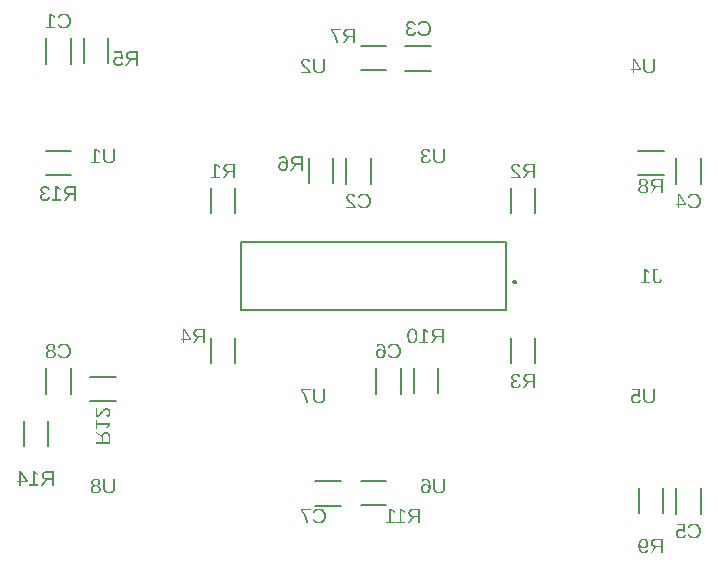
<source format=gbr>
G04 EAGLE Gerber RS-274X export*
G75*
%MOMM*%
%FSLAX34Y34*%
%LPD*%
%INSilkscreen Bottom*%
%IPPOS*%
%AMOC8*
5,1,8,0,0,1.08239X$1,22.5*%
G01*
G04 Define Apertures*
%ADD10C,0.127000*%
%ADD11C,0.200000*%
G36*
X93962Y412575D02*
X93574Y412584D01*
X93200Y412611D01*
X92838Y412656D01*
X92490Y412718D01*
X92154Y412799D01*
X91831Y412898D01*
X91522Y413014D01*
X91225Y413149D01*
X90943Y413300D01*
X90678Y413467D01*
X90429Y413651D01*
X90196Y413850D01*
X89980Y414066D01*
X89780Y414297D01*
X89597Y414545D01*
X89430Y414808D01*
X89281Y415086D01*
X89152Y415377D01*
X89043Y415681D01*
X88953Y415997D01*
X88884Y416327D01*
X88834Y416669D01*
X88805Y417024D01*
X88795Y417392D01*
X88795Y425091D01*
X90459Y425091D01*
X90459Y417488D01*
X90473Y417066D01*
X90516Y416669D01*
X90589Y416299D01*
X90690Y415955D01*
X90820Y415636D01*
X90978Y415344D01*
X91166Y415079D01*
X91383Y414839D01*
X91625Y414626D01*
X91891Y414442D01*
X92180Y414287D01*
X92492Y414159D01*
X92827Y414060D01*
X93185Y413989D01*
X93566Y413947D01*
X93971Y413932D01*
X94364Y413946D01*
X94733Y413987D01*
X95079Y414056D01*
X95401Y414151D01*
X95699Y414275D01*
X95973Y414425D01*
X96223Y414603D01*
X96450Y414808D01*
X96651Y415040D01*
X96825Y415297D01*
X96973Y415580D01*
X97093Y415888D01*
X97187Y416221D01*
X97254Y416580D01*
X97294Y416965D01*
X97308Y417375D01*
X97308Y425091D01*
X98981Y425091D01*
X98981Y417234D01*
X98971Y416877D01*
X98942Y416533D01*
X98893Y416201D01*
X98825Y415881D01*
X98738Y415574D01*
X98631Y415280D01*
X98505Y414998D01*
X98359Y414729D01*
X98196Y414474D01*
X98016Y414235D01*
X97821Y414011D01*
X97610Y413803D01*
X97383Y413611D01*
X97140Y413434D01*
X96882Y413272D01*
X96607Y413127D01*
X96319Y412997D01*
X96018Y412885D01*
X95706Y412790D01*
X95381Y412713D01*
X95044Y412652D01*
X94696Y412609D01*
X94335Y412583D01*
X93962Y412575D01*
G37*
G36*
X86061Y412750D02*
X78327Y412750D01*
X78327Y414090D01*
X81331Y414090D01*
X81331Y425091D01*
X82785Y425091D01*
X85702Y423085D01*
X85702Y421596D01*
X82916Y423584D01*
X82916Y414090D01*
X86061Y414090D01*
X86061Y412750D01*
G37*
G36*
X55337Y526875D02*
X54888Y526888D01*
X54453Y526927D01*
X54032Y526992D01*
X53625Y527083D01*
X53232Y527200D01*
X52853Y527343D01*
X52487Y527512D01*
X52135Y527707D01*
X51800Y527927D01*
X51484Y528171D01*
X51188Y528438D01*
X50910Y528729D01*
X50652Y529045D01*
X50413Y529384D01*
X50194Y529746D01*
X49994Y530133D01*
X51360Y530816D01*
X51528Y530505D01*
X51707Y530215D01*
X51895Y529944D01*
X52093Y529693D01*
X52302Y529463D01*
X52520Y529252D01*
X52749Y529062D01*
X52987Y528891D01*
X53236Y528741D01*
X53494Y528611D01*
X53763Y528501D01*
X54042Y528410D01*
X54331Y528340D01*
X54630Y528290D01*
X54939Y528260D01*
X55258Y528250D01*
X55751Y528271D01*
X56217Y528336D01*
X56658Y528444D01*
X57072Y528595D01*
X57460Y528789D01*
X57822Y529026D01*
X58158Y529306D01*
X58468Y529629D01*
X58746Y529988D01*
X58987Y530375D01*
X59191Y530789D01*
X59358Y531231D01*
X59488Y531701D01*
X59580Y532199D01*
X59636Y532724D01*
X59655Y533277D01*
X59637Y533836D01*
X59583Y534364D01*
X59494Y534861D01*
X59370Y535328D01*
X59210Y535764D01*
X59014Y536170D01*
X58783Y536545D01*
X58516Y536890D01*
X58217Y537199D01*
X57890Y537467D01*
X57534Y537693D01*
X57150Y537879D01*
X56737Y538023D01*
X56296Y538126D01*
X55826Y538188D01*
X55328Y538208D01*
X55007Y538199D01*
X54698Y538173D01*
X54399Y538128D01*
X54112Y538066D01*
X53835Y537986D01*
X53570Y537888D01*
X53316Y537773D01*
X53073Y537639D01*
X52843Y537489D01*
X52630Y537323D01*
X52433Y537141D01*
X52253Y536943D01*
X52088Y536729D01*
X51940Y536499D01*
X51808Y536254D01*
X51693Y535992D01*
X50108Y536518D01*
X50274Y536885D01*
X50462Y537229D01*
X50673Y537550D01*
X50905Y537847D01*
X51159Y538121D01*
X51435Y538372D01*
X51732Y538600D01*
X52052Y538804D01*
X52393Y538985D01*
X52754Y539141D01*
X53135Y539274D01*
X53537Y539382D01*
X53959Y539466D01*
X54401Y539527D01*
X54863Y539563D01*
X55345Y539575D01*
X55693Y539568D01*
X56031Y539549D01*
X56360Y539516D01*
X56679Y539470D01*
X56988Y539411D01*
X57288Y539339D01*
X57578Y539255D01*
X57859Y539156D01*
X58130Y539045D01*
X58392Y538921D01*
X58644Y538784D01*
X58886Y538634D01*
X59342Y538294D01*
X59760Y537902D01*
X60133Y537464D01*
X60457Y536985D01*
X60731Y536467D01*
X60849Y536193D01*
X60955Y535909D01*
X61049Y535615D01*
X61130Y535311D01*
X61198Y534997D01*
X61254Y534673D01*
X61298Y534339D01*
X61329Y533995D01*
X61348Y533641D01*
X61354Y533277D01*
X61343Y532793D01*
X61309Y532325D01*
X61253Y531874D01*
X61175Y531439D01*
X61075Y531021D01*
X60952Y530619D01*
X60807Y530234D01*
X60640Y529866D01*
X60451Y529516D01*
X60242Y529187D01*
X60013Y528879D01*
X59764Y528592D01*
X59494Y528325D01*
X59205Y528079D01*
X58895Y527854D01*
X58564Y527650D01*
X58216Y527468D01*
X57852Y527311D01*
X57472Y527178D01*
X57076Y527069D01*
X56665Y526984D01*
X56238Y526923D01*
X55795Y526887D01*
X55337Y526875D01*
G37*
G36*
X47961Y527050D02*
X40227Y527050D01*
X40227Y528390D01*
X43231Y528390D01*
X43231Y539391D01*
X44685Y539391D01*
X47602Y537385D01*
X47602Y535896D01*
X44816Y537884D01*
X44816Y528390D01*
X47961Y528390D01*
X47961Y527050D01*
G37*
G36*
X191770Y400050D02*
X189843Y400050D01*
X191855Y403103D01*
X193346Y405366D01*
X193003Y405439D01*
X192679Y405532D01*
X192374Y405648D01*
X192088Y405785D01*
X191932Y405877D01*
X191821Y405943D01*
X191573Y406124D01*
X191345Y406325D01*
X191135Y406549D01*
X190947Y406790D01*
X190784Y407045D01*
X190646Y407313D01*
X190534Y407595D01*
X190446Y407891D01*
X190383Y408201D01*
X190346Y408524D01*
X190333Y408861D01*
X190351Y409266D01*
X190404Y409647D01*
X190493Y410006D01*
X190617Y410342D01*
X190776Y410656D01*
X190971Y410946D01*
X191202Y411213D01*
X191468Y411458D01*
X191766Y411677D01*
X192094Y411866D01*
X192452Y412026D01*
X192839Y412158D01*
X193257Y412260D01*
X193703Y412332D01*
X194180Y412376D01*
X194686Y412391D01*
X200493Y412391D01*
X200493Y400050D01*
X198820Y400050D01*
X198820Y405174D01*
X194975Y405174D01*
X191770Y400050D01*
G37*
%LPC*%
G36*
X198820Y406496D02*
X198820Y411051D01*
X194853Y411051D01*
X194519Y411042D01*
X194205Y411015D01*
X193912Y410971D01*
X193639Y410910D01*
X193385Y410830D01*
X193152Y410733D01*
X192939Y410618D01*
X192746Y410486D01*
X192575Y410337D01*
X192426Y410171D01*
X192301Y409990D01*
X192198Y409793D01*
X192118Y409580D01*
X192061Y409350D01*
X192026Y409105D01*
X192015Y408844D01*
X192026Y408573D01*
X192060Y408318D01*
X192117Y408079D01*
X192196Y407855D01*
X192297Y407646D01*
X192421Y407453D01*
X192568Y407276D01*
X192737Y407114D01*
X192928Y406969D01*
X193136Y406844D01*
X193364Y406737D01*
X193610Y406651D01*
X193875Y406583D01*
X194159Y406535D01*
X194461Y406506D01*
X194783Y406496D01*
X198820Y406496D01*
G37*
%LPD*%
G36*
X187661Y400050D02*
X179927Y400050D01*
X179927Y401390D01*
X182931Y401390D01*
X182931Y412391D01*
X184385Y412391D01*
X187302Y410385D01*
X187302Y408896D01*
X184516Y410884D01*
X184516Y401390D01*
X187661Y401390D01*
X187661Y400050D01*
G37*
G36*
X109220Y495300D02*
X107293Y495300D01*
X109305Y498353D01*
X110796Y500616D01*
X110453Y500689D01*
X110129Y500782D01*
X109824Y500898D01*
X109538Y501035D01*
X109382Y501127D01*
X109271Y501193D01*
X109023Y501374D01*
X108795Y501575D01*
X108585Y501799D01*
X108397Y502040D01*
X108234Y502295D01*
X108096Y502563D01*
X107984Y502845D01*
X107896Y503141D01*
X107833Y503451D01*
X107796Y503774D01*
X107783Y504111D01*
X107801Y504516D01*
X107854Y504897D01*
X107943Y505256D01*
X108067Y505592D01*
X108226Y505906D01*
X108421Y506196D01*
X108652Y506463D01*
X108918Y506708D01*
X109216Y506927D01*
X109544Y507116D01*
X109902Y507276D01*
X110289Y507408D01*
X110707Y507510D01*
X111153Y507582D01*
X111630Y507626D01*
X112136Y507641D01*
X117943Y507641D01*
X117943Y495300D01*
X116270Y495300D01*
X116270Y500424D01*
X112425Y500424D01*
X109220Y495300D01*
G37*
%LPC*%
G36*
X116270Y501746D02*
X116270Y506301D01*
X112303Y506301D01*
X111969Y506292D01*
X111655Y506265D01*
X111362Y506221D01*
X111089Y506160D01*
X110835Y506080D01*
X110602Y505983D01*
X110389Y505868D01*
X110196Y505736D01*
X110025Y505587D01*
X109876Y505421D01*
X109751Y505240D01*
X109648Y505043D01*
X109568Y504830D01*
X109511Y504600D01*
X109476Y504355D01*
X109465Y504094D01*
X109476Y503823D01*
X109510Y503568D01*
X109567Y503329D01*
X109646Y503105D01*
X109747Y502896D01*
X109871Y502703D01*
X110018Y502526D01*
X110187Y502364D01*
X110378Y502219D01*
X110586Y502094D01*
X110814Y501987D01*
X111060Y501901D01*
X111325Y501833D01*
X111609Y501785D01*
X111911Y501756D01*
X112233Y501746D01*
X116270Y501746D01*
G37*
%LPD*%
G36*
X101634Y495125D02*
X101133Y495142D01*
X100661Y495195D01*
X100216Y495283D01*
X99800Y495405D01*
X99412Y495563D01*
X99051Y495755D01*
X98719Y495983D01*
X98415Y496246D01*
X98143Y496539D01*
X97907Y496858D01*
X97708Y497204D01*
X97545Y497575D01*
X97418Y497972D01*
X97327Y498396D01*
X97273Y498845D01*
X97254Y499320D01*
X97271Y499739D01*
X97322Y500138D01*
X97406Y500517D01*
X97525Y500875D01*
X97677Y501213D01*
X97863Y501531D01*
X98083Y501828D01*
X98336Y502105D01*
X98618Y502356D01*
X98923Y502573D01*
X99251Y502757D01*
X99603Y502907D01*
X99977Y503024D01*
X100375Y503107D01*
X100796Y503157D01*
X101240Y503174D01*
X101613Y503162D01*
X101970Y503125D01*
X102312Y503063D01*
X102639Y502977D01*
X102949Y502866D01*
X103245Y502731D01*
X103524Y502570D01*
X103788Y502386D01*
X103552Y506301D01*
X97973Y506301D01*
X97973Y507641D01*
X104988Y507641D01*
X105400Y501002D01*
X103858Y501002D01*
X103582Y501225D01*
X103307Y501413D01*
X103031Y501567D01*
X102755Y501685D01*
X102473Y501773D01*
X102181Y501836D01*
X101878Y501874D01*
X101564Y501886D01*
X101265Y501875D01*
X100982Y501842D01*
X100715Y501785D01*
X100463Y501707D01*
X100228Y501606D01*
X100008Y501482D01*
X99803Y501337D01*
X99615Y501168D01*
X99445Y500982D01*
X99299Y500781D01*
X99174Y500567D01*
X99073Y500338D01*
X98994Y500096D01*
X98937Y499840D01*
X98904Y499569D01*
X98892Y499285D01*
X98903Y498959D01*
X98937Y498651D01*
X98993Y498361D01*
X99072Y498089D01*
X99173Y497834D01*
X99296Y497598D01*
X99442Y497379D01*
X99610Y497179D01*
X99799Y496999D01*
X100004Y496843D01*
X100227Y496712D01*
X100467Y496604D01*
X100724Y496520D01*
X100998Y496460D01*
X101290Y496424D01*
X101599Y496412D01*
X101851Y496419D01*
X102091Y496441D01*
X102319Y496477D01*
X102534Y496527D01*
X102737Y496591D01*
X102928Y496670D01*
X103107Y496763D01*
X103274Y496870D01*
X103428Y496992D01*
X103570Y497127D01*
X103700Y497278D01*
X103817Y497442D01*
X103923Y497621D01*
X104016Y497814D01*
X104096Y498021D01*
X104165Y498243D01*
X105759Y498059D01*
X105677Y497713D01*
X105570Y497387D01*
X105439Y497083D01*
X105284Y496800D01*
X105104Y496538D01*
X104900Y496297D01*
X104672Y496077D01*
X104419Y495878D01*
X104144Y495702D01*
X103847Y495549D01*
X103530Y495419D01*
X103193Y495313D01*
X102834Y495231D01*
X102455Y495172D01*
X102055Y495137D01*
X101634Y495125D01*
G37*
G36*
X271762Y488775D02*
X271374Y488784D01*
X271000Y488811D01*
X270638Y488856D01*
X270290Y488918D01*
X269954Y488999D01*
X269631Y489098D01*
X269322Y489214D01*
X269025Y489349D01*
X268743Y489500D01*
X268478Y489667D01*
X268229Y489851D01*
X267996Y490050D01*
X267780Y490266D01*
X267580Y490497D01*
X267397Y490745D01*
X267230Y491008D01*
X267081Y491286D01*
X266952Y491577D01*
X266843Y491881D01*
X266753Y492197D01*
X266684Y492527D01*
X266634Y492869D01*
X266605Y493224D01*
X266595Y493592D01*
X266595Y501291D01*
X268259Y501291D01*
X268259Y493688D01*
X268273Y493266D01*
X268316Y492869D01*
X268389Y492499D01*
X268490Y492155D01*
X268620Y491836D01*
X268778Y491544D01*
X268966Y491279D01*
X269183Y491039D01*
X269425Y490826D01*
X269691Y490642D01*
X269980Y490487D01*
X270292Y490359D01*
X270627Y490260D01*
X270985Y490189D01*
X271366Y490147D01*
X271771Y490132D01*
X272164Y490146D01*
X272533Y490187D01*
X272879Y490256D01*
X273201Y490351D01*
X273499Y490475D01*
X273773Y490625D01*
X274023Y490803D01*
X274250Y491008D01*
X274451Y491240D01*
X274625Y491497D01*
X274773Y491780D01*
X274893Y492088D01*
X274987Y492421D01*
X275054Y492780D01*
X275094Y493165D01*
X275108Y493575D01*
X275108Y501291D01*
X276781Y501291D01*
X276781Y493434D01*
X276771Y493077D01*
X276742Y492733D01*
X276693Y492401D01*
X276625Y492081D01*
X276538Y491774D01*
X276431Y491480D01*
X276305Y491198D01*
X276159Y490929D01*
X275996Y490674D01*
X275816Y490435D01*
X275621Y490211D01*
X275410Y490003D01*
X275183Y489811D01*
X274940Y489634D01*
X274682Y489472D01*
X274407Y489327D01*
X274119Y489197D01*
X273818Y489085D01*
X273506Y488990D01*
X273181Y488913D01*
X272844Y488852D01*
X272496Y488809D01*
X272135Y488783D01*
X271762Y488775D01*
G37*
G36*
X264325Y488950D02*
X256153Y488950D01*
X256153Y490290D01*
X262591Y490290D01*
X262439Y490600D01*
X262245Y490915D01*
X262009Y491237D01*
X261732Y491564D01*
X261409Y491905D01*
X261034Y492266D01*
X260608Y492647D01*
X260130Y493049D01*
X259288Y493745D01*
X258595Y494343D01*
X258049Y494844D01*
X257651Y495247D01*
X257347Y495602D01*
X257083Y495957D01*
X256859Y496312D01*
X256674Y496666D01*
X256531Y497022D01*
X256428Y497378D01*
X256366Y497735D01*
X256346Y498094D01*
X256362Y498487D01*
X256409Y498858D01*
X256487Y499205D01*
X256597Y499529D01*
X256738Y499830D01*
X256910Y500108D01*
X257114Y500363D01*
X257349Y500594D01*
X257613Y500801D01*
X257904Y500980D01*
X258222Y501131D01*
X258567Y501255D01*
X258939Y501351D01*
X259338Y501420D01*
X259764Y501461D01*
X260217Y501475D01*
X260632Y501461D01*
X261028Y501420D01*
X261405Y501352D01*
X261762Y501256D01*
X262100Y501133D01*
X262419Y500982D01*
X262718Y500804D01*
X262998Y500599D01*
X263254Y500370D01*
X263482Y500123D01*
X263682Y499857D01*
X263853Y499572D01*
X263996Y499268D01*
X264111Y498945D01*
X264197Y498603D01*
X264255Y498243D01*
X262643Y498094D01*
X262606Y498334D01*
X262553Y498561D01*
X262482Y498774D01*
X262395Y498973D01*
X262291Y499158D01*
X262170Y499330D01*
X262032Y499487D01*
X261877Y499631D01*
X261708Y499759D01*
X261529Y499871D01*
X261338Y499965D01*
X261136Y500042D01*
X260923Y500101D01*
X260699Y500144D01*
X260464Y500170D01*
X260217Y500178D01*
X259960Y500170D01*
X259716Y500143D01*
X259488Y500100D01*
X259274Y500038D01*
X259074Y499959D01*
X258889Y499863D01*
X258718Y499749D01*
X258562Y499618D01*
X258422Y499471D01*
X258301Y499309D01*
X258199Y499133D01*
X258115Y498943D01*
X258050Y498739D01*
X258004Y498521D01*
X257976Y498288D01*
X257966Y498041D01*
X257988Y497675D01*
X258053Y497328D01*
X258161Y497000D01*
X258312Y496693D01*
X258499Y496398D01*
X258712Y496110D01*
X258952Y495829D01*
X259219Y495554D01*
X259813Y495011D01*
X260476Y494468D01*
X261175Y493902D01*
X261881Y493290D01*
X262232Y492963D01*
X262574Y492618D01*
X262909Y492254D01*
X263235Y491871D01*
X263544Y491464D01*
X263829Y491027D01*
X264089Y490560D01*
X264325Y490062D01*
X264325Y488950D01*
G37*
G36*
X309337Y374475D02*
X308888Y374488D01*
X308453Y374527D01*
X308032Y374592D01*
X307625Y374683D01*
X307232Y374800D01*
X306853Y374943D01*
X306487Y375112D01*
X306135Y375307D01*
X305800Y375527D01*
X305484Y375771D01*
X305188Y376038D01*
X304910Y376329D01*
X304652Y376645D01*
X304413Y376984D01*
X304194Y377346D01*
X303994Y377733D01*
X305360Y378416D01*
X305528Y378105D01*
X305707Y377815D01*
X305895Y377544D01*
X306093Y377293D01*
X306302Y377063D01*
X306520Y376852D01*
X306749Y376662D01*
X306987Y376491D01*
X307236Y376341D01*
X307494Y376211D01*
X307763Y376101D01*
X308042Y376010D01*
X308331Y375940D01*
X308630Y375890D01*
X308939Y375860D01*
X309258Y375850D01*
X309751Y375871D01*
X310217Y375936D01*
X310658Y376044D01*
X311072Y376195D01*
X311460Y376389D01*
X311822Y376626D01*
X312158Y376906D01*
X312468Y377229D01*
X312746Y377588D01*
X312987Y377975D01*
X313191Y378389D01*
X313358Y378831D01*
X313488Y379301D01*
X313580Y379799D01*
X313636Y380324D01*
X313655Y380877D01*
X313637Y381436D01*
X313583Y381964D01*
X313494Y382461D01*
X313370Y382928D01*
X313210Y383364D01*
X313014Y383770D01*
X312783Y384145D01*
X312516Y384490D01*
X312217Y384799D01*
X311890Y385067D01*
X311534Y385293D01*
X311150Y385479D01*
X310737Y385623D01*
X310296Y385726D01*
X309826Y385788D01*
X309328Y385808D01*
X309007Y385799D01*
X308698Y385773D01*
X308399Y385728D01*
X308112Y385666D01*
X307835Y385586D01*
X307570Y385488D01*
X307316Y385373D01*
X307073Y385239D01*
X306843Y385089D01*
X306630Y384923D01*
X306433Y384741D01*
X306253Y384543D01*
X306088Y384329D01*
X305940Y384099D01*
X305808Y383854D01*
X305693Y383592D01*
X304108Y384118D01*
X304274Y384485D01*
X304462Y384829D01*
X304673Y385150D01*
X304905Y385447D01*
X305159Y385721D01*
X305435Y385972D01*
X305732Y386200D01*
X306052Y386404D01*
X306393Y386585D01*
X306754Y386741D01*
X307135Y386874D01*
X307537Y386982D01*
X307959Y387066D01*
X308401Y387127D01*
X308863Y387163D01*
X309345Y387175D01*
X309693Y387168D01*
X310031Y387149D01*
X310360Y387116D01*
X310679Y387070D01*
X310988Y387011D01*
X311288Y386939D01*
X311578Y386855D01*
X311859Y386756D01*
X312130Y386645D01*
X312392Y386521D01*
X312644Y386384D01*
X312886Y386234D01*
X313342Y385894D01*
X313760Y385502D01*
X314133Y385064D01*
X314457Y384585D01*
X314731Y384067D01*
X314849Y383793D01*
X314955Y383509D01*
X315049Y383215D01*
X315130Y382911D01*
X315198Y382597D01*
X315254Y382273D01*
X315298Y381939D01*
X315329Y381595D01*
X315348Y381241D01*
X315354Y380877D01*
X315343Y380393D01*
X315309Y379925D01*
X315253Y379474D01*
X315175Y379039D01*
X315075Y378621D01*
X314952Y378219D01*
X314807Y377834D01*
X314640Y377466D01*
X314451Y377116D01*
X314242Y376787D01*
X314013Y376479D01*
X313764Y376192D01*
X313494Y375925D01*
X313205Y375679D01*
X312895Y375454D01*
X312564Y375250D01*
X312216Y375068D01*
X311852Y374911D01*
X311472Y374778D01*
X311076Y374669D01*
X310665Y374584D01*
X310238Y374523D01*
X309795Y374487D01*
X309337Y374475D01*
G37*
G36*
X302425Y374650D02*
X294253Y374650D01*
X294253Y375990D01*
X300691Y375990D01*
X300539Y376300D01*
X300345Y376615D01*
X300109Y376937D01*
X299832Y377264D01*
X299509Y377605D01*
X299134Y377966D01*
X298708Y378347D01*
X298230Y378749D01*
X297388Y379445D01*
X296695Y380043D01*
X296149Y380544D01*
X295751Y380947D01*
X295447Y381302D01*
X295183Y381657D01*
X294959Y382012D01*
X294774Y382366D01*
X294631Y382722D01*
X294528Y383078D01*
X294466Y383435D01*
X294446Y383794D01*
X294462Y384187D01*
X294509Y384558D01*
X294587Y384905D01*
X294697Y385229D01*
X294838Y385530D01*
X295010Y385808D01*
X295214Y386063D01*
X295449Y386294D01*
X295713Y386501D01*
X296004Y386680D01*
X296322Y386831D01*
X296667Y386955D01*
X297039Y387051D01*
X297438Y387120D01*
X297864Y387161D01*
X298317Y387175D01*
X298732Y387161D01*
X299128Y387120D01*
X299505Y387052D01*
X299862Y386956D01*
X300200Y386833D01*
X300519Y386682D01*
X300818Y386504D01*
X301098Y386299D01*
X301354Y386070D01*
X301582Y385823D01*
X301782Y385557D01*
X301953Y385272D01*
X302096Y384968D01*
X302211Y384645D01*
X302297Y384303D01*
X302355Y383943D01*
X300743Y383794D01*
X300706Y384034D01*
X300653Y384261D01*
X300582Y384474D01*
X300495Y384673D01*
X300391Y384858D01*
X300270Y385030D01*
X300132Y385187D01*
X299977Y385331D01*
X299808Y385459D01*
X299629Y385571D01*
X299438Y385665D01*
X299236Y385742D01*
X299023Y385801D01*
X298799Y385844D01*
X298564Y385870D01*
X298317Y385878D01*
X298060Y385870D01*
X297816Y385843D01*
X297588Y385800D01*
X297374Y385738D01*
X297174Y385659D01*
X296989Y385563D01*
X296818Y385449D01*
X296662Y385318D01*
X296522Y385171D01*
X296401Y385009D01*
X296299Y384833D01*
X296215Y384643D01*
X296150Y384439D01*
X296104Y384221D01*
X296076Y383988D01*
X296066Y383741D01*
X296088Y383375D01*
X296153Y383028D01*
X296261Y382700D01*
X296412Y382393D01*
X296599Y382098D01*
X296812Y381810D01*
X297052Y381529D01*
X297319Y381254D01*
X297913Y380711D01*
X298576Y380168D01*
X299275Y379602D01*
X299981Y378990D01*
X300332Y378663D01*
X300674Y378318D01*
X301009Y377954D01*
X301335Y377571D01*
X301644Y377164D01*
X301929Y376727D01*
X302189Y376260D01*
X302425Y375762D01*
X302425Y374650D01*
G37*
G36*
X248920Y406400D02*
X246993Y406400D01*
X249005Y409453D01*
X250496Y411716D01*
X250153Y411789D01*
X249829Y411882D01*
X249524Y411998D01*
X249238Y412135D01*
X249082Y412227D01*
X248971Y412293D01*
X248723Y412474D01*
X248495Y412675D01*
X248285Y412899D01*
X248097Y413140D01*
X247934Y413395D01*
X247796Y413663D01*
X247684Y413945D01*
X247596Y414241D01*
X247533Y414551D01*
X247496Y414874D01*
X247483Y415211D01*
X247501Y415616D01*
X247554Y415997D01*
X247643Y416356D01*
X247767Y416692D01*
X247926Y417006D01*
X248121Y417296D01*
X248352Y417563D01*
X248618Y417808D01*
X248916Y418027D01*
X249244Y418216D01*
X249602Y418376D01*
X249989Y418508D01*
X250407Y418610D01*
X250853Y418682D01*
X251330Y418726D01*
X251836Y418741D01*
X257643Y418741D01*
X257643Y406400D01*
X255970Y406400D01*
X255970Y411524D01*
X252125Y411524D01*
X248920Y406400D01*
G37*
%LPC*%
G36*
X255970Y412846D02*
X255970Y417401D01*
X252003Y417401D01*
X251669Y417392D01*
X251355Y417365D01*
X251062Y417321D01*
X250789Y417260D01*
X250535Y417180D01*
X250302Y417083D01*
X250089Y416968D01*
X249896Y416836D01*
X249725Y416687D01*
X249576Y416521D01*
X249451Y416340D01*
X249348Y416143D01*
X249268Y415930D01*
X249211Y415700D01*
X249176Y415455D01*
X249165Y415194D01*
X249176Y414923D01*
X249210Y414668D01*
X249267Y414429D01*
X249346Y414205D01*
X249447Y413996D01*
X249571Y413803D01*
X249718Y413626D01*
X249887Y413464D01*
X250078Y413319D01*
X250286Y413194D01*
X250514Y413087D01*
X250760Y413001D01*
X251025Y412933D01*
X251309Y412885D01*
X251611Y412856D01*
X251933Y412846D01*
X255970Y412846D01*
G37*
%LPD*%
G36*
X240975Y406225D02*
X240521Y406243D01*
X240092Y406295D01*
X239689Y406384D01*
X239310Y406507D01*
X238957Y406666D01*
X238629Y406860D01*
X238327Y407090D01*
X238049Y407355D01*
X237801Y407650D01*
X237586Y407971D01*
X237403Y408318D01*
X237254Y408690D01*
X237138Y409089D01*
X237056Y409513D01*
X237006Y409962D01*
X236989Y410438D01*
X237005Y410877D01*
X237052Y411294D01*
X237130Y411687D01*
X237240Y412058D01*
X237381Y412406D01*
X237554Y412730D01*
X237757Y413032D01*
X237992Y413310D01*
X238254Y413561D01*
X238538Y413778D01*
X238844Y413962D01*
X239171Y414112D01*
X239521Y414229D01*
X239893Y414312D01*
X240287Y414362D01*
X240703Y414379D01*
X240951Y414373D01*
X241192Y414353D01*
X241426Y414321D01*
X241653Y414275D01*
X242086Y414145D01*
X242490Y413963D01*
X242858Y413731D01*
X243182Y413452D01*
X243462Y413125D01*
X243698Y412750D01*
X243687Y413328D01*
X243652Y413871D01*
X243594Y414378D01*
X243513Y414851D01*
X243409Y415288D01*
X243282Y415690D01*
X243132Y416057D01*
X242958Y416389D01*
X242764Y416684D01*
X242550Y416939D01*
X242318Y417155D01*
X242066Y417332D01*
X241795Y417469D01*
X241506Y417567D01*
X241197Y417626D01*
X240869Y417646D01*
X240495Y417622D01*
X240155Y417552D01*
X239849Y417434D01*
X239578Y417269D01*
X239341Y417058D01*
X239139Y416799D01*
X238971Y416493D01*
X238837Y416140D01*
X237331Y416411D01*
X237430Y416715D01*
X237545Y417000D01*
X237676Y417265D01*
X237824Y417511D01*
X237987Y417737D01*
X238167Y417943D01*
X238363Y418129D01*
X238575Y418296D01*
X238803Y418444D01*
X239047Y418571D01*
X239308Y418679D01*
X239584Y418768D01*
X239877Y418836D01*
X240186Y418885D01*
X240511Y418915D01*
X240852Y418925D01*
X241113Y418918D01*
X241367Y418898D01*
X241613Y418864D01*
X241851Y418817D01*
X242082Y418757D01*
X242305Y418683D01*
X242728Y418496D01*
X243122Y418254D01*
X243484Y417959D01*
X243817Y417610D01*
X244119Y417208D01*
X244388Y416756D01*
X244621Y416257D01*
X244818Y415711D01*
X244979Y415119D01*
X245105Y414481D01*
X245195Y413795D01*
X245248Y413064D01*
X245266Y412286D01*
X245249Y411568D01*
X245197Y410894D01*
X245111Y410264D01*
X244990Y409678D01*
X244835Y409136D01*
X244645Y408638D01*
X244421Y408185D01*
X244163Y407775D01*
X243871Y407412D01*
X243550Y407097D01*
X243197Y406830D01*
X242814Y406612D01*
X242400Y406443D01*
X241956Y406322D01*
X241480Y406249D01*
X241231Y406231D01*
X240975Y406225D01*
G37*
%LPC*%
G36*
X241027Y407495D02*
X241297Y407509D01*
X241554Y407552D01*
X241799Y407623D01*
X242031Y407723D01*
X242251Y407851D01*
X242458Y408007D01*
X242653Y408192D01*
X242836Y408406D01*
X243001Y408642D01*
X243144Y408893D01*
X243265Y409162D01*
X243365Y409446D01*
X243442Y409746D01*
X243497Y410063D01*
X243530Y410395D01*
X243541Y410744D01*
X243530Y411019D01*
X243498Y411279D01*
X243445Y411523D01*
X243371Y411753D01*
X243276Y411967D01*
X243159Y412166D01*
X243021Y412349D01*
X242862Y412518D01*
X242686Y412669D01*
X242496Y412799D01*
X242293Y412910D01*
X242077Y413001D01*
X241848Y413071D01*
X241605Y413121D01*
X241349Y413152D01*
X241080Y413162D01*
X240794Y413150D01*
X240525Y413116D01*
X240272Y413059D01*
X240035Y412980D01*
X239814Y412878D01*
X239610Y412753D01*
X239421Y412605D01*
X239249Y412435D01*
X239095Y412243D01*
X238962Y412033D01*
X238849Y411803D01*
X238756Y411554D01*
X238685Y411286D01*
X238633Y410999D01*
X238602Y410693D01*
X238592Y410368D01*
X238602Y410042D01*
X238633Y409733D01*
X238683Y409443D01*
X238754Y409171D01*
X238845Y408917D01*
X238957Y408680D01*
X239088Y408462D01*
X239240Y408261D01*
X239410Y408082D01*
X239595Y407926D01*
X239795Y407794D01*
X240011Y407686D01*
X240242Y407603D01*
X240488Y407543D01*
X240750Y407507D01*
X241027Y407495D01*
G37*
%LPD*%
G36*
X445770Y400050D02*
X443843Y400050D01*
X445855Y403103D01*
X447346Y405366D01*
X447003Y405439D01*
X446679Y405532D01*
X446374Y405648D01*
X446088Y405785D01*
X445932Y405877D01*
X445821Y405943D01*
X445573Y406124D01*
X445345Y406325D01*
X445135Y406549D01*
X444947Y406790D01*
X444784Y407045D01*
X444646Y407313D01*
X444534Y407595D01*
X444446Y407891D01*
X444383Y408201D01*
X444346Y408524D01*
X444333Y408861D01*
X444351Y409266D01*
X444404Y409647D01*
X444493Y410006D01*
X444617Y410342D01*
X444776Y410656D01*
X444971Y410946D01*
X445202Y411213D01*
X445468Y411458D01*
X445766Y411677D01*
X446094Y411866D01*
X446452Y412026D01*
X446839Y412158D01*
X447257Y412260D01*
X447703Y412332D01*
X448180Y412376D01*
X448686Y412391D01*
X454493Y412391D01*
X454493Y400050D01*
X452820Y400050D01*
X452820Y405174D01*
X448975Y405174D01*
X445770Y400050D01*
G37*
%LPC*%
G36*
X452820Y406496D02*
X452820Y411051D01*
X448853Y411051D01*
X448519Y411042D01*
X448205Y411015D01*
X447912Y410971D01*
X447639Y410910D01*
X447385Y410830D01*
X447152Y410733D01*
X446939Y410618D01*
X446746Y410486D01*
X446575Y410337D01*
X446426Y410171D01*
X446301Y409990D01*
X446198Y409793D01*
X446118Y409580D01*
X446061Y409350D01*
X446026Y409105D01*
X446015Y408844D01*
X446026Y408573D01*
X446060Y408318D01*
X446117Y408079D01*
X446196Y407855D01*
X446297Y407646D01*
X446421Y407453D01*
X446568Y407276D01*
X446737Y407114D01*
X446928Y406969D01*
X447136Y406844D01*
X447364Y406737D01*
X447610Y406651D01*
X447875Y406583D01*
X448159Y406535D01*
X448461Y406506D01*
X448783Y406496D01*
X452820Y406496D01*
G37*
%LPD*%
G36*
X442125Y400050D02*
X433953Y400050D01*
X433953Y401390D01*
X440391Y401390D01*
X440239Y401700D01*
X440045Y402015D01*
X439809Y402337D01*
X439532Y402664D01*
X439209Y403005D01*
X438834Y403366D01*
X438408Y403747D01*
X437930Y404149D01*
X437088Y404845D01*
X436395Y405443D01*
X435849Y405944D01*
X435451Y406347D01*
X435147Y406702D01*
X434883Y407057D01*
X434659Y407412D01*
X434474Y407766D01*
X434331Y408122D01*
X434228Y408478D01*
X434166Y408835D01*
X434146Y409194D01*
X434162Y409587D01*
X434209Y409958D01*
X434287Y410305D01*
X434397Y410629D01*
X434538Y410930D01*
X434710Y411208D01*
X434914Y411463D01*
X435149Y411694D01*
X435413Y411901D01*
X435704Y412080D01*
X436022Y412231D01*
X436367Y412355D01*
X436739Y412451D01*
X437138Y412520D01*
X437564Y412561D01*
X438017Y412575D01*
X438432Y412561D01*
X438828Y412520D01*
X439205Y412452D01*
X439562Y412356D01*
X439900Y412233D01*
X440219Y412082D01*
X440518Y411904D01*
X440798Y411699D01*
X441054Y411470D01*
X441282Y411223D01*
X441482Y410957D01*
X441653Y410672D01*
X441796Y410368D01*
X441911Y410045D01*
X441997Y409703D01*
X442055Y409343D01*
X440443Y409194D01*
X440406Y409434D01*
X440353Y409661D01*
X440282Y409874D01*
X440195Y410073D01*
X440091Y410258D01*
X439970Y410430D01*
X439832Y410587D01*
X439677Y410731D01*
X439508Y410859D01*
X439329Y410971D01*
X439138Y411065D01*
X438936Y411142D01*
X438723Y411201D01*
X438499Y411244D01*
X438264Y411270D01*
X438017Y411278D01*
X437760Y411270D01*
X437516Y411243D01*
X437288Y411200D01*
X437074Y411138D01*
X436874Y411059D01*
X436689Y410963D01*
X436518Y410849D01*
X436362Y410718D01*
X436222Y410571D01*
X436101Y410409D01*
X435999Y410233D01*
X435915Y410043D01*
X435850Y409839D01*
X435804Y409621D01*
X435776Y409388D01*
X435766Y409141D01*
X435788Y408775D01*
X435853Y408428D01*
X435961Y408100D01*
X436112Y407793D01*
X436299Y407498D01*
X436512Y407210D01*
X436752Y406929D01*
X437019Y406654D01*
X437613Y406111D01*
X438276Y405568D01*
X438975Y405002D01*
X439681Y404390D01*
X440032Y404063D01*
X440374Y403718D01*
X440709Y403354D01*
X441035Y402971D01*
X441344Y402564D01*
X441629Y402127D01*
X441889Y401660D01*
X442125Y401162D01*
X442125Y400050D01*
G37*
G36*
X445770Y222250D02*
X443843Y222250D01*
X445855Y225303D01*
X447346Y227566D01*
X447003Y227639D01*
X446679Y227732D01*
X446374Y227848D01*
X446088Y227985D01*
X445932Y228077D01*
X445821Y228143D01*
X445573Y228324D01*
X445345Y228525D01*
X445135Y228749D01*
X444947Y228990D01*
X444784Y229245D01*
X444646Y229513D01*
X444534Y229795D01*
X444446Y230091D01*
X444383Y230401D01*
X444346Y230724D01*
X444333Y231061D01*
X444351Y231466D01*
X444404Y231847D01*
X444493Y232206D01*
X444617Y232542D01*
X444776Y232856D01*
X444971Y233146D01*
X445202Y233413D01*
X445468Y233658D01*
X445766Y233877D01*
X446094Y234066D01*
X446452Y234226D01*
X446839Y234358D01*
X447257Y234460D01*
X447703Y234532D01*
X448180Y234576D01*
X448686Y234591D01*
X454493Y234591D01*
X454493Y222250D01*
X452820Y222250D01*
X452820Y227374D01*
X448975Y227374D01*
X445770Y222250D01*
G37*
%LPC*%
G36*
X452820Y228696D02*
X452820Y233251D01*
X448853Y233251D01*
X448519Y233242D01*
X448205Y233215D01*
X447912Y233171D01*
X447639Y233110D01*
X447385Y233030D01*
X447152Y232933D01*
X446939Y232818D01*
X446746Y232686D01*
X446575Y232537D01*
X446426Y232371D01*
X446301Y232190D01*
X446198Y231993D01*
X446118Y231780D01*
X446061Y231550D01*
X446026Y231305D01*
X446015Y231044D01*
X446026Y230773D01*
X446060Y230518D01*
X446117Y230279D01*
X446196Y230055D01*
X446297Y229846D01*
X446421Y229653D01*
X446568Y229476D01*
X446737Y229314D01*
X446928Y229169D01*
X447136Y229044D01*
X447364Y228937D01*
X447610Y228851D01*
X447875Y228783D01*
X448159Y228735D01*
X448461Y228706D01*
X448783Y228696D01*
X452820Y228696D01*
G37*
%LPD*%
G36*
X438026Y222075D02*
X437537Y222090D01*
X437077Y222133D01*
X436646Y222207D01*
X436244Y222309D01*
X435871Y222441D01*
X435527Y222602D01*
X435211Y222792D01*
X434925Y223012D01*
X434671Y223258D01*
X434450Y223529D01*
X434264Y223823D01*
X434111Y224142D01*
X433992Y224485D01*
X433907Y224851D01*
X433856Y225242D01*
X433839Y225657D01*
X433851Y225946D01*
X433888Y226223D01*
X433948Y226487D01*
X434032Y226739D01*
X434140Y226978D01*
X434273Y227204D01*
X434430Y227418D01*
X434610Y227619D01*
X434812Y227804D01*
X435034Y227969D01*
X435274Y228115D01*
X435534Y228241D01*
X435813Y228347D01*
X436111Y228434D01*
X436428Y228500D01*
X436765Y228547D01*
X436765Y228582D01*
X436459Y228656D01*
X436172Y228744D01*
X435903Y228847D01*
X435654Y228965D01*
X435423Y229097D01*
X435210Y229245D01*
X435017Y229408D01*
X434842Y229585D01*
X434687Y229777D01*
X434553Y229983D01*
X434439Y230203D01*
X434346Y230436D01*
X434274Y230683D01*
X434222Y230944D01*
X434191Y231219D01*
X434181Y231508D01*
X434197Y231883D01*
X434245Y232236D01*
X434326Y232568D01*
X434438Y232880D01*
X434583Y233170D01*
X434760Y233438D01*
X434969Y233686D01*
X435210Y233912D01*
X435480Y234114D01*
X435776Y234289D01*
X436098Y234438D01*
X436446Y234559D01*
X436820Y234653D01*
X437219Y234721D01*
X437645Y234761D01*
X438096Y234775D01*
X438511Y234761D01*
X438907Y234722D01*
X439284Y234655D01*
X439641Y234562D01*
X439979Y234443D01*
X440297Y234297D01*
X440597Y234124D01*
X440877Y233925D01*
X441133Y233702D01*
X441361Y233459D01*
X441561Y233194D01*
X441732Y232909D01*
X441875Y232603D01*
X441990Y232276D01*
X442076Y231929D01*
X442134Y231560D01*
X440548Y231438D01*
X440514Y231674D01*
X440462Y231896D01*
X440394Y232105D01*
X440309Y232300D01*
X440207Y232482D01*
X440088Y232650D01*
X439952Y232804D01*
X439800Y232944D01*
X439632Y233069D01*
X439453Y233178D01*
X439261Y233270D01*
X439056Y233345D01*
X438839Y233403D01*
X438610Y233445D01*
X438368Y233470D01*
X438114Y233478D01*
X437836Y233469D01*
X437575Y233443D01*
X437332Y233398D01*
X437107Y233335D01*
X436900Y233254D01*
X436710Y233156D01*
X436538Y233039D01*
X436384Y232905D01*
X436247Y232755D01*
X436129Y232592D01*
X436029Y232416D01*
X435947Y232227D01*
X435883Y232025D01*
X435838Y231810D01*
X435810Y231582D01*
X435801Y231341D01*
X435812Y231099D01*
X435846Y230869D01*
X435902Y230653D01*
X435980Y230451D01*
X436080Y230263D01*
X436203Y230088D01*
X436348Y229926D01*
X436515Y229778D01*
X436703Y229646D01*
X436908Y229531D01*
X437132Y229434D01*
X437375Y229354D01*
X437635Y229292D01*
X437914Y229248D01*
X438210Y229222D01*
X438525Y229213D01*
X439384Y229213D01*
X439384Y227847D01*
X438490Y227847D01*
X438135Y227838D01*
X437802Y227811D01*
X437490Y227767D01*
X437199Y227705D01*
X436930Y227626D01*
X436683Y227529D01*
X436457Y227414D01*
X436252Y227282D01*
X436071Y227134D01*
X435913Y226972D01*
X435780Y226796D01*
X435671Y226606D01*
X435586Y226403D01*
X435526Y226186D01*
X435489Y225955D01*
X435477Y225710D01*
X435488Y225429D01*
X435520Y225167D01*
X435573Y224923D01*
X435647Y224696D01*
X435742Y224487D01*
X435859Y224296D01*
X435997Y224122D01*
X436156Y223967D01*
X436334Y223829D01*
X436527Y223710D01*
X436737Y223609D01*
X436963Y223527D01*
X437205Y223462D01*
X437462Y223417D01*
X437736Y223389D01*
X438026Y223380D01*
X438315Y223388D01*
X438587Y223414D01*
X438844Y223457D01*
X439084Y223517D01*
X439308Y223594D01*
X439517Y223688D01*
X439709Y223799D01*
X439885Y223927D01*
X440045Y224073D01*
X440189Y224235D01*
X440317Y224415D01*
X440429Y224612D01*
X440524Y224825D01*
X440604Y225056D01*
X440667Y225304D01*
X440715Y225569D01*
X442344Y225421D01*
X442277Y225019D01*
X442182Y224644D01*
X442059Y224293D01*
X441907Y223968D01*
X441727Y223668D01*
X441519Y223393D01*
X441282Y223144D01*
X441017Y222920D01*
X440726Y222722D01*
X440411Y222550D01*
X440073Y222405D01*
X439711Y222286D01*
X439325Y222194D01*
X438916Y222128D01*
X438483Y222088D01*
X438026Y222075D01*
G37*
G36*
X166370Y260350D02*
X164443Y260350D01*
X166455Y263403D01*
X167946Y265666D01*
X167603Y265739D01*
X167279Y265832D01*
X166974Y265948D01*
X166688Y266085D01*
X166532Y266177D01*
X166421Y266243D01*
X166173Y266424D01*
X165945Y266625D01*
X165735Y266849D01*
X165547Y267090D01*
X165384Y267345D01*
X165246Y267613D01*
X165134Y267895D01*
X165046Y268191D01*
X164983Y268501D01*
X164946Y268824D01*
X164933Y269161D01*
X164951Y269566D01*
X165004Y269947D01*
X165093Y270306D01*
X165217Y270642D01*
X165376Y270956D01*
X165571Y271246D01*
X165802Y271513D01*
X166068Y271758D01*
X166366Y271977D01*
X166694Y272166D01*
X167052Y272326D01*
X167439Y272458D01*
X167857Y272560D01*
X168303Y272632D01*
X168780Y272676D01*
X169286Y272691D01*
X175093Y272691D01*
X175093Y260350D01*
X173420Y260350D01*
X173420Y265474D01*
X169575Y265474D01*
X166370Y260350D01*
G37*
%LPC*%
G36*
X173420Y266796D02*
X173420Y271351D01*
X169453Y271351D01*
X169119Y271342D01*
X168805Y271315D01*
X168512Y271271D01*
X168239Y271210D01*
X167985Y271130D01*
X167752Y271033D01*
X167539Y270918D01*
X167346Y270786D01*
X167175Y270637D01*
X167026Y270471D01*
X166901Y270290D01*
X166798Y270093D01*
X166718Y269880D01*
X166661Y269650D01*
X166626Y269405D01*
X166615Y269144D01*
X166626Y268873D01*
X166660Y268618D01*
X166717Y268379D01*
X166796Y268155D01*
X166897Y267946D01*
X167021Y267753D01*
X167168Y267576D01*
X167337Y267414D01*
X167528Y267269D01*
X167736Y267144D01*
X167964Y267037D01*
X168210Y266951D01*
X168475Y266883D01*
X168759Y266835D01*
X169061Y266806D01*
X169383Y266796D01*
X173420Y266796D01*
G37*
%LPD*%
G36*
X157400Y260350D02*
X155911Y260350D01*
X155911Y263144D01*
X154177Y263144D01*
X154177Y264388D01*
X155911Y264388D01*
X155911Y272691D01*
X157566Y272691D01*
X163215Y264370D01*
X163215Y263144D01*
X157400Y263144D01*
X157400Y260350D01*
G37*
%LPC*%
G36*
X161762Y264388D02*
X161621Y264563D01*
X161148Y265211D01*
X157987Y269871D01*
X157645Y270449D01*
X157400Y270913D01*
X157400Y264388D01*
X161762Y264388D01*
G37*
%LPD*%
G36*
X373362Y412575D02*
X372974Y412584D01*
X372600Y412611D01*
X372238Y412656D01*
X371890Y412718D01*
X371554Y412799D01*
X371231Y412898D01*
X370922Y413014D01*
X370625Y413149D01*
X370343Y413300D01*
X370078Y413467D01*
X369829Y413651D01*
X369596Y413850D01*
X369380Y414066D01*
X369180Y414297D01*
X368997Y414545D01*
X368830Y414808D01*
X368681Y415086D01*
X368552Y415377D01*
X368443Y415681D01*
X368353Y415997D01*
X368284Y416327D01*
X368234Y416669D01*
X368205Y417024D01*
X368195Y417392D01*
X368195Y425091D01*
X369859Y425091D01*
X369859Y417488D01*
X369873Y417066D01*
X369916Y416669D01*
X369989Y416299D01*
X370090Y415955D01*
X370220Y415636D01*
X370378Y415344D01*
X370566Y415079D01*
X370783Y414839D01*
X371025Y414626D01*
X371291Y414442D01*
X371580Y414287D01*
X371892Y414159D01*
X372227Y414060D01*
X372585Y413989D01*
X372966Y413947D01*
X373371Y413932D01*
X373764Y413946D01*
X374133Y413987D01*
X374479Y414056D01*
X374801Y414151D01*
X375099Y414275D01*
X375373Y414425D01*
X375623Y414603D01*
X375850Y414808D01*
X376051Y415040D01*
X376225Y415297D01*
X376373Y415580D01*
X376493Y415888D01*
X376587Y416221D01*
X376654Y416580D01*
X376694Y416965D01*
X376708Y417375D01*
X376708Y425091D01*
X378381Y425091D01*
X378381Y417234D01*
X378371Y416877D01*
X378342Y416533D01*
X378293Y416201D01*
X378225Y415881D01*
X378138Y415574D01*
X378031Y415280D01*
X377905Y414998D01*
X377759Y414729D01*
X377596Y414474D01*
X377416Y414235D01*
X377221Y414011D01*
X377010Y413803D01*
X376783Y413611D01*
X376540Y413434D01*
X376282Y413272D01*
X376007Y413127D01*
X375719Y412997D01*
X375418Y412885D01*
X375106Y412790D01*
X374781Y412713D01*
X374444Y412652D01*
X374096Y412609D01*
X373735Y412583D01*
X373362Y412575D01*
G37*
G36*
X361826Y412575D02*
X361337Y412590D01*
X360877Y412633D01*
X360446Y412707D01*
X360044Y412809D01*
X359671Y412941D01*
X359327Y413102D01*
X359011Y413292D01*
X358725Y413512D01*
X358471Y413758D01*
X358250Y414029D01*
X358064Y414323D01*
X357911Y414642D01*
X357792Y414985D01*
X357707Y415351D01*
X357656Y415742D01*
X357639Y416157D01*
X357651Y416446D01*
X357688Y416723D01*
X357748Y416987D01*
X357832Y417239D01*
X357940Y417478D01*
X358073Y417704D01*
X358230Y417918D01*
X358410Y418119D01*
X358612Y418304D01*
X358834Y418469D01*
X359074Y418615D01*
X359334Y418741D01*
X359613Y418847D01*
X359911Y418934D01*
X360228Y419000D01*
X360565Y419047D01*
X360565Y419082D01*
X360259Y419156D01*
X359972Y419244D01*
X359703Y419347D01*
X359454Y419465D01*
X359223Y419597D01*
X359010Y419745D01*
X358817Y419908D01*
X358642Y420085D01*
X358487Y420277D01*
X358353Y420483D01*
X358239Y420703D01*
X358146Y420936D01*
X358074Y421183D01*
X358022Y421444D01*
X357991Y421719D01*
X357981Y422008D01*
X357997Y422383D01*
X358045Y422736D01*
X358126Y423068D01*
X358238Y423380D01*
X358383Y423670D01*
X358560Y423938D01*
X358769Y424186D01*
X359010Y424412D01*
X359280Y424614D01*
X359576Y424789D01*
X359898Y424938D01*
X360246Y425059D01*
X360620Y425153D01*
X361019Y425221D01*
X361445Y425261D01*
X361896Y425275D01*
X362311Y425261D01*
X362707Y425222D01*
X363084Y425155D01*
X363441Y425062D01*
X363779Y424943D01*
X364097Y424797D01*
X364397Y424624D01*
X364677Y424425D01*
X364933Y424202D01*
X365161Y423959D01*
X365361Y423694D01*
X365532Y423409D01*
X365675Y423103D01*
X365790Y422776D01*
X365876Y422429D01*
X365934Y422060D01*
X364348Y421938D01*
X364314Y422174D01*
X364262Y422396D01*
X364194Y422605D01*
X364109Y422800D01*
X364007Y422982D01*
X363888Y423150D01*
X363752Y423304D01*
X363600Y423444D01*
X363432Y423569D01*
X363253Y423678D01*
X363061Y423770D01*
X362856Y423845D01*
X362639Y423903D01*
X362410Y423945D01*
X362168Y423970D01*
X361914Y423978D01*
X361636Y423969D01*
X361375Y423943D01*
X361132Y423898D01*
X360907Y423835D01*
X360700Y423754D01*
X360510Y423656D01*
X360338Y423539D01*
X360184Y423405D01*
X360047Y423255D01*
X359929Y423092D01*
X359829Y422916D01*
X359747Y422727D01*
X359683Y422525D01*
X359638Y422310D01*
X359610Y422082D01*
X359601Y421841D01*
X359612Y421599D01*
X359646Y421369D01*
X359702Y421153D01*
X359780Y420951D01*
X359880Y420763D01*
X360003Y420588D01*
X360148Y420426D01*
X360315Y420278D01*
X360503Y420146D01*
X360708Y420031D01*
X360932Y419934D01*
X361175Y419854D01*
X361435Y419792D01*
X361714Y419748D01*
X362010Y419722D01*
X362325Y419713D01*
X363184Y419713D01*
X363184Y418347D01*
X362290Y418347D01*
X361935Y418338D01*
X361602Y418311D01*
X361290Y418267D01*
X360999Y418205D01*
X360730Y418126D01*
X360483Y418029D01*
X360257Y417914D01*
X360052Y417782D01*
X359871Y417634D01*
X359713Y417472D01*
X359580Y417296D01*
X359471Y417106D01*
X359386Y416903D01*
X359326Y416686D01*
X359289Y416455D01*
X359277Y416210D01*
X359288Y415929D01*
X359320Y415667D01*
X359373Y415423D01*
X359447Y415196D01*
X359542Y414987D01*
X359659Y414796D01*
X359797Y414622D01*
X359956Y414467D01*
X360134Y414329D01*
X360327Y414210D01*
X360537Y414109D01*
X360763Y414027D01*
X361005Y413962D01*
X361262Y413917D01*
X361536Y413889D01*
X361826Y413880D01*
X362115Y413888D01*
X362387Y413914D01*
X362644Y413957D01*
X362884Y414017D01*
X363108Y414094D01*
X363317Y414188D01*
X363509Y414299D01*
X363685Y414427D01*
X363845Y414573D01*
X363989Y414735D01*
X364117Y414915D01*
X364229Y415112D01*
X364324Y415325D01*
X364404Y415556D01*
X364467Y415804D01*
X364515Y416069D01*
X366144Y415921D01*
X366077Y415519D01*
X365982Y415144D01*
X365859Y414793D01*
X365707Y414468D01*
X365527Y414168D01*
X365319Y413893D01*
X365082Y413644D01*
X364817Y413420D01*
X364526Y413222D01*
X364211Y413050D01*
X363873Y412905D01*
X363511Y412786D01*
X363125Y412694D01*
X362716Y412628D01*
X362283Y412588D01*
X361826Y412575D01*
G37*
G36*
X360137Y520525D02*
X359688Y520538D01*
X359253Y520577D01*
X358832Y520642D01*
X358425Y520733D01*
X358032Y520850D01*
X357653Y520993D01*
X357287Y521162D01*
X356935Y521357D01*
X356600Y521577D01*
X356284Y521821D01*
X355988Y522088D01*
X355710Y522379D01*
X355452Y522695D01*
X355213Y523034D01*
X354994Y523396D01*
X354794Y523783D01*
X356160Y524466D01*
X356328Y524155D01*
X356507Y523865D01*
X356695Y523594D01*
X356893Y523343D01*
X357102Y523113D01*
X357320Y522902D01*
X357549Y522712D01*
X357787Y522541D01*
X358036Y522391D01*
X358294Y522261D01*
X358563Y522151D01*
X358842Y522060D01*
X359131Y521990D01*
X359430Y521940D01*
X359739Y521910D01*
X360058Y521900D01*
X360551Y521921D01*
X361017Y521986D01*
X361458Y522094D01*
X361872Y522245D01*
X362260Y522439D01*
X362622Y522676D01*
X362958Y522956D01*
X363268Y523279D01*
X363546Y523638D01*
X363787Y524025D01*
X363991Y524439D01*
X364158Y524881D01*
X364288Y525351D01*
X364380Y525849D01*
X364436Y526374D01*
X364455Y526927D01*
X364437Y527486D01*
X364383Y528014D01*
X364294Y528511D01*
X364170Y528978D01*
X364010Y529414D01*
X363814Y529820D01*
X363583Y530195D01*
X363316Y530540D01*
X363017Y530849D01*
X362690Y531117D01*
X362334Y531343D01*
X361950Y531529D01*
X361537Y531673D01*
X361096Y531776D01*
X360626Y531838D01*
X360128Y531858D01*
X359807Y531849D01*
X359498Y531823D01*
X359199Y531778D01*
X358912Y531716D01*
X358635Y531636D01*
X358370Y531538D01*
X358116Y531423D01*
X357873Y531289D01*
X357643Y531139D01*
X357430Y530973D01*
X357233Y530791D01*
X357053Y530593D01*
X356888Y530379D01*
X356740Y530149D01*
X356608Y529904D01*
X356493Y529642D01*
X354908Y530168D01*
X355074Y530535D01*
X355262Y530879D01*
X355473Y531200D01*
X355705Y531497D01*
X355959Y531771D01*
X356235Y532022D01*
X356532Y532250D01*
X356852Y532454D01*
X357193Y532635D01*
X357554Y532791D01*
X357935Y532924D01*
X358337Y533032D01*
X358759Y533116D01*
X359201Y533177D01*
X359663Y533213D01*
X360145Y533225D01*
X360493Y533218D01*
X360831Y533199D01*
X361160Y533166D01*
X361479Y533120D01*
X361788Y533061D01*
X362088Y532989D01*
X362378Y532905D01*
X362659Y532806D01*
X362930Y532695D01*
X363192Y532571D01*
X363444Y532434D01*
X363686Y532284D01*
X364142Y531944D01*
X364560Y531552D01*
X364933Y531114D01*
X365257Y530635D01*
X365531Y530117D01*
X365649Y529843D01*
X365755Y529559D01*
X365849Y529265D01*
X365930Y528961D01*
X365998Y528647D01*
X366054Y528323D01*
X366098Y527989D01*
X366129Y527645D01*
X366148Y527291D01*
X366154Y526927D01*
X366143Y526443D01*
X366109Y525975D01*
X366053Y525524D01*
X365975Y525089D01*
X365875Y524671D01*
X365752Y524269D01*
X365607Y523884D01*
X365440Y523516D01*
X365251Y523166D01*
X365042Y522837D01*
X364813Y522529D01*
X364564Y522242D01*
X364294Y521975D01*
X364005Y521729D01*
X363695Y521504D01*
X363364Y521300D01*
X363016Y521118D01*
X362652Y520961D01*
X362272Y520828D01*
X361876Y520719D01*
X361465Y520634D01*
X361038Y520573D01*
X360595Y520537D01*
X360137Y520525D01*
G37*
G36*
X349126Y520525D02*
X348637Y520540D01*
X348177Y520583D01*
X347746Y520657D01*
X347344Y520759D01*
X346971Y520891D01*
X346627Y521052D01*
X346311Y521242D01*
X346025Y521462D01*
X345771Y521708D01*
X345550Y521979D01*
X345364Y522273D01*
X345211Y522592D01*
X345092Y522935D01*
X345007Y523301D01*
X344956Y523692D01*
X344939Y524107D01*
X344951Y524396D01*
X344988Y524673D01*
X345048Y524937D01*
X345132Y525189D01*
X345240Y525428D01*
X345373Y525654D01*
X345530Y525868D01*
X345710Y526069D01*
X345912Y526254D01*
X346134Y526419D01*
X346374Y526565D01*
X346634Y526691D01*
X346913Y526797D01*
X347211Y526884D01*
X347528Y526950D01*
X347865Y526997D01*
X347865Y527032D01*
X347559Y527106D01*
X347272Y527194D01*
X347003Y527297D01*
X346754Y527415D01*
X346523Y527547D01*
X346310Y527695D01*
X346117Y527858D01*
X345942Y528035D01*
X345787Y528227D01*
X345653Y528433D01*
X345539Y528653D01*
X345446Y528886D01*
X345374Y529133D01*
X345322Y529394D01*
X345291Y529669D01*
X345281Y529958D01*
X345297Y530333D01*
X345345Y530686D01*
X345426Y531018D01*
X345538Y531330D01*
X345683Y531620D01*
X345860Y531888D01*
X346069Y532136D01*
X346310Y532362D01*
X346580Y532564D01*
X346876Y532739D01*
X347198Y532888D01*
X347546Y533009D01*
X347920Y533103D01*
X348319Y533171D01*
X348745Y533211D01*
X349196Y533225D01*
X349611Y533211D01*
X350007Y533172D01*
X350384Y533105D01*
X350741Y533012D01*
X351079Y532893D01*
X351397Y532747D01*
X351697Y532574D01*
X351977Y532375D01*
X352233Y532152D01*
X352461Y531909D01*
X352661Y531644D01*
X352832Y531359D01*
X352975Y531053D01*
X353090Y530726D01*
X353176Y530379D01*
X353234Y530010D01*
X351648Y529888D01*
X351614Y530124D01*
X351562Y530346D01*
X351494Y530555D01*
X351409Y530750D01*
X351307Y530932D01*
X351188Y531100D01*
X351052Y531254D01*
X350900Y531394D01*
X350732Y531519D01*
X350553Y531628D01*
X350361Y531720D01*
X350156Y531795D01*
X349939Y531853D01*
X349710Y531895D01*
X349468Y531920D01*
X349214Y531928D01*
X348936Y531919D01*
X348675Y531893D01*
X348432Y531848D01*
X348207Y531785D01*
X348000Y531704D01*
X347810Y531606D01*
X347638Y531489D01*
X347484Y531355D01*
X347347Y531205D01*
X347229Y531042D01*
X347129Y530866D01*
X347047Y530677D01*
X346983Y530475D01*
X346938Y530260D01*
X346910Y530032D01*
X346901Y529791D01*
X346912Y529549D01*
X346946Y529319D01*
X347002Y529103D01*
X347080Y528901D01*
X347180Y528713D01*
X347303Y528538D01*
X347448Y528376D01*
X347615Y528228D01*
X347803Y528096D01*
X348008Y527981D01*
X348232Y527884D01*
X348475Y527804D01*
X348735Y527742D01*
X349014Y527698D01*
X349310Y527672D01*
X349625Y527663D01*
X350484Y527663D01*
X350484Y526297D01*
X349590Y526297D01*
X349235Y526288D01*
X348902Y526261D01*
X348590Y526217D01*
X348299Y526155D01*
X348030Y526076D01*
X347783Y525979D01*
X347557Y525864D01*
X347352Y525732D01*
X347171Y525584D01*
X347013Y525422D01*
X346880Y525246D01*
X346771Y525056D01*
X346686Y524853D01*
X346626Y524636D01*
X346589Y524405D01*
X346577Y524160D01*
X346588Y523879D01*
X346620Y523617D01*
X346673Y523373D01*
X346747Y523146D01*
X346842Y522937D01*
X346959Y522746D01*
X347097Y522572D01*
X347256Y522417D01*
X347434Y522279D01*
X347627Y522160D01*
X347837Y522059D01*
X348063Y521977D01*
X348305Y521912D01*
X348562Y521867D01*
X348836Y521839D01*
X349126Y521830D01*
X349415Y521838D01*
X349687Y521864D01*
X349944Y521907D01*
X350184Y521967D01*
X350408Y522044D01*
X350617Y522138D01*
X350809Y522249D01*
X350985Y522377D01*
X351145Y522523D01*
X351289Y522685D01*
X351417Y522865D01*
X351529Y523062D01*
X351624Y523275D01*
X351704Y523506D01*
X351767Y523754D01*
X351815Y524019D01*
X353444Y523871D01*
X353377Y523469D01*
X353282Y523094D01*
X353159Y522743D01*
X353007Y522418D01*
X352827Y522118D01*
X352619Y521843D01*
X352382Y521594D01*
X352117Y521370D01*
X351826Y521172D01*
X351511Y521000D01*
X351173Y520855D01*
X350811Y520736D01*
X350425Y520644D01*
X350016Y520578D01*
X349583Y520538D01*
X349126Y520525D01*
G37*
G36*
X293370Y514350D02*
X291443Y514350D01*
X293455Y517403D01*
X294946Y519666D01*
X294603Y519739D01*
X294279Y519832D01*
X293974Y519948D01*
X293688Y520085D01*
X293532Y520177D01*
X293421Y520243D01*
X293173Y520424D01*
X292945Y520625D01*
X292735Y520849D01*
X292547Y521090D01*
X292384Y521345D01*
X292246Y521613D01*
X292134Y521895D01*
X292046Y522191D01*
X291983Y522501D01*
X291946Y522824D01*
X291933Y523161D01*
X291951Y523566D01*
X292004Y523947D01*
X292093Y524306D01*
X292217Y524642D01*
X292376Y524956D01*
X292571Y525246D01*
X292802Y525513D01*
X293068Y525758D01*
X293366Y525977D01*
X293694Y526166D01*
X294052Y526326D01*
X294439Y526458D01*
X294857Y526560D01*
X295303Y526632D01*
X295780Y526676D01*
X296286Y526691D01*
X302093Y526691D01*
X302093Y514350D01*
X300420Y514350D01*
X300420Y519474D01*
X296575Y519474D01*
X293370Y514350D01*
G37*
%LPC*%
G36*
X300420Y520796D02*
X300420Y525351D01*
X296453Y525351D01*
X296119Y525342D01*
X295805Y525315D01*
X295512Y525271D01*
X295239Y525210D01*
X294985Y525130D01*
X294752Y525033D01*
X294539Y524918D01*
X294346Y524786D01*
X294175Y524637D01*
X294026Y524471D01*
X293901Y524290D01*
X293798Y524093D01*
X293718Y523880D01*
X293661Y523650D01*
X293626Y523405D01*
X293615Y523144D01*
X293626Y522873D01*
X293660Y522618D01*
X293717Y522379D01*
X293796Y522155D01*
X293897Y521946D01*
X294021Y521753D01*
X294168Y521576D01*
X294337Y521414D01*
X294528Y521269D01*
X294736Y521144D01*
X294964Y521037D01*
X295210Y520951D01*
X295475Y520883D01*
X295759Y520835D01*
X296061Y520806D01*
X296383Y520796D01*
X300420Y520796D01*
G37*
%LPD*%
G36*
X287430Y514350D02*
X285784Y514350D01*
X285778Y514775D01*
X285759Y515197D01*
X285686Y516029D01*
X285564Y516848D01*
X285394Y517652D01*
X285175Y518452D01*
X284907Y519257D01*
X284590Y520068D01*
X284225Y520884D01*
X283765Y521781D01*
X283167Y522835D01*
X282430Y524045D01*
X281553Y525412D01*
X281553Y526691D01*
X289707Y526691D01*
X289707Y525351D01*
X283077Y525351D01*
X283643Y524511D01*
X284167Y523697D01*
X284649Y522907D01*
X285088Y522142D01*
X285486Y521402D01*
X285842Y520686D01*
X286156Y519995D01*
X286427Y519329D01*
X286662Y518680D01*
X286866Y518038D01*
X287039Y517404D01*
X287180Y516777D01*
X287289Y516159D01*
X287368Y515548D01*
X287415Y514945D01*
X287430Y514350D01*
G37*
G36*
X538400Y488950D02*
X536911Y488950D01*
X536911Y491744D01*
X535177Y491744D01*
X535177Y492988D01*
X536911Y492988D01*
X536911Y501291D01*
X538566Y501291D01*
X544215Y492970D01*
X544215Y491744D01*
X538400Y491744D01*
X538400Y488950D01*
G37*
%LPC*%
G36*
X542762Y492988D02*
X542621Y493163D01*
X542148Y493811D01*
X538987Y498471D01*
X538645Y499049D01*
X538400Y499513D01*
X538400Y492988D01*
X542762Y492988D01*
G37*
%LPD*%
G36*
X551162Y488775D02*
X550774Y488784D01*
X550400Y488811D01*
X550038Y488856D01*
X549690Y488918D01*
X549354Y488999D01*
X549031Y489098D01*
X548722Y489214D01*
X548425Y489349D01*
X548143Y489500D01*
X547878Y489667D01*
X547629Y489851D01*
X547396Y490050D01*
X547180Y490266D01*
X546980Y490497D01*
X546797Y490745D01*
X546630Y491008D01*
X546481Y491286D01*
X546352Y491577D01*
X546243Y491881D01*
X546153Y492197D01*
X546084Y492527D01*
X546034Y492869D01*
X546005Y493224D01*
X545995Y493592D01*
X545995Y501291D01*
X547659Y501291D01*
X547659Y493688D01*
X547673Y493266D01*
X547716Y492869D01*
X547789Y492499D01*
X547890Y492155D01*
X548020Y491836D01*
X548178Y491544D01*
X548366Y491279D01*
X548583Y491039D01*
X548825Y490826D01*
X549091Y490642D01*
X549380Y490487D01*
X549692Y490359D01*
X550027Y490260D01*
X550385Y490189D01*
X550766Y490147D01*
X551171Y490132D01*
X551564Y490146D01*
X551933Y490187D01*
X552279Y490256D01*
X552601Y490351D01*
X552899Y490475D01*
X553173Y490625D01*
X553423Y490803D01*
X553650Y491008D01*
X553851Y491240D01*
X554025Y491497D01*
X554173Y491780D01*
X554293Y492088D01*
X554387Y492421D01*
X554454Y492780D01*
X554494Y493165D01*
X554508Y493575D01*
X554508Y501291D01*
X556181Y501291D01*
X556181Y493434D01*
X556171Y493077D01*
X556142Y492733D01*
X556093Y492401D01*
X556025Y492081D01*
X555938Y491774D01*
X555831Y491480D01*
X555705Y491198D01*
X555559Y490929D01*
X555396Y490674D01*
X555216Y490435D01*
X555021Y490211D01*
X554810Y490003D01*
X554583Y489811D01*
X554340Y489634D01*
X554082Y489472D01*
X553807Y489327D01*
X553519Y489197D01*
X553218Y489085D01*
X552906Y488990D01*
X552581Y488913D01*
X552244Y488852D01*
X551896Y488809D01*
X551535Y488783D01*
X551162Y488775D01*
G37*
G36*
X576500Y374650D02*
X575011Y374650D01*
X575011Y377444D01*
X573277Y377444D01*
X573277Y378688D01*
X575011Y378688D01*
X575011Y386991D01*
X576666Y386991D01*
X582315Y378670D01*
X582315Y377444D01*
X576500Y377444D01*
X576500Y374650D01*
G37*
%LPC*%
G36*
X580862Y378688D02*
X580721Y378863D01*
X580248Y379511D01*
X577087Y384171D01*
X576745Y384749D01*
X576500Y385213D01*
X576500Y378688D01*
X580862Y378688D01*
G37*
%LPD*%
G36*
X588737Y374475D02*
X588288Y374488D01*
X587853Y374527D01*
X587432Y374592D01*
X587025Y374683D01*
X586632Y374800D01*
X586253Y374943D01*
X585887Y375112D01*
X585535Y375307D01*
X585200Y375527D01*
X584884Y375771D01*
X584588Y376038D01*
X584310Y376329D01*
X584052Y376645D01*
X583813Y376984D01*
X583594Y377346D01*
X583394Y377733D01*
X584760Y378416D01*
X584928Y378105D01*
X585107Y377815D01*
X585295Y377544D01*
X585493Y377293D01*
X585702Y377063D01*
X585920Y376852D01*
X586149Y376662D01*
X586387Y376491D01*
X586636Y376341D01*
X586894Y376211D01*
X587163Y376101D01*
X587442Y376010D01*
X587731Y375940D01*
X588030Y375890D01*
X588339Y375860D01*
X588658Y375850D01*
X589151Y375871D01*
X589617Y375936D01*
X590058Y376044D01*
X590472Y376195D01*
X590860Y376389D01*
X591222Y376626D01*
X591558Y376906D01*
X591868Y377229D01*
X592146Y377588D01*
X592387Y377975D01*
X592591Y378389D01*
X592758Y378831D01*
X592888Y379301D01*
X592980Y379799D01*
X593036Y380324D01*
X593055Y380877D01*
X593037Y381436D01*
X592983Y381964D01*
X592894Y382461D01*
X592770Y382928D01*
X592610Y383364D01*
X592414Y383770D01*
X592183Y384145D01*
X591916Y384490D01*
X591617Y384799D01*
X591290Y385067D01*
X590934Y385293D01*
X590550Y385479D01*
X590137Y385623D01*
X589696Y385726D01*
X589226Y385788D01*
X588728Y385808D01*
X588407Y385799D01*
X588098Y385773D01*
X587799Y385728D01*
X587512Y385666D01*
X587235Y385586D01*
X586970Y385488D01*
X586716Y385373D01*
X586473Y385239D01*
X586243Y385089D01*
X586030Y384923D01*
X585833Y384741D01*
X585653Y384543D01*
X585488Y384329D01*
X585340Y384099D01*
X585208Y383854D01*
X585093Y383592D01*
X583508Y384118D01*
X583674Y384485D01*
X583862Y384829D01*
X584073Y385150D01*
X584305Y385447D01*
X584559Y385721D01*
X584835Y385972D01*
X585132Y386200D01*
X585452Y386404D01*
X585793Y386585D01*
X586154Y386741D01*
X586535Y386874D01*
X586937Y386982D01*
X587359Y387066D01*
X587801Y387127D01*
X588263Y387163D01*
X588745Y387175D01*
X589093Y387168D01*
X589431Y387149D01*
X589760Y387116D01*
X590079Y387070D01*
X590388Y387011D01*
X590688Y386939D01*
X590978Y386855D01*
X591259Y386756D01*
X591530Y386645D01*
X591792Y386521D01*
X592044Y386384D01*
X592286Y386234D01*
X592742Y385894D01*
X593160Y385502D01*
X593533Y385064D01*
X593857Y384585D01*
X594131Y384067D01*
X594249Y383793D01*
X594355Y383509D01*
X594449Y383215D01*
X594530Y382911D01*
X594598Y382597D01*
X594654Y382273D01*
X594698Y381939D01*
X594729Y381595D01*
X594748Y381241D01*
X594754Y380877D01*
X594743Y380393D01*
X594709Y379925D01*
X594653Y379474D01*
X594575Y379039D01*
X594475Y378621D01*
X594352Y378219D01*
X594207Y377834D01*
X594040Y377466D01*
X593851Y377116D01*
X593642Y376787D01*
X593413Y376479D01*
X593164Y376192D01*
X592894Y375925D01*
X592605Y375679D01*
X592295Y375454D01*
X591964Y375250D01*
X591616Y375068D01*
X591252Y374911D01*
X590872Y374778D01*
X590476Y374669D01*
X590065Y374584D01*
X589638Y374523D01*
X589195Y374487D01*
X588737Y374475D01*
G37*
G36*
X545985Y387175D02*
X545492Y387190D01*
X545028Y387235D01*
X544594Y387309D01*
X544189Y387413D01*
X543814Y387548D01*
X543469Y387712D01*
X543153Y387906D01*
X542867Y388130D01*
X542612Y388380D01*
X542392Y388654D01*
X542205Y388951D01*
X542052Y389273D01*
X541933Y389617D01*
X541849Y389985D01*
X541798Y390377D01*
X541781Y390792D01*
X541791Y391090D01*
X541822Y391375D01*
X541873Y391648D01*
X541945Y391908D01*
X542037Y392155D01*
X542150Y392389D01*
X542284Y392611D01*
X542438Y392820D01*
X542471Y392857D01*
X542610Y393013D01*
X542799Y393186D01*
X543004Y393341D01*
X543226Y393476D01*
X543464Y393591D01*
X543718Y393688D01*
X543989Y393765D01*
X544277Y393823D01*
X544277Y393858D01*
X544030Y393917D01*
X543796Y393995D01*
X543575Y394091D01*
X543368Y394206D01*
X543174Y394339D01*
X543012Y394475D01*
X542994Y394490D01*
X542827Y394659D01*
X542674Y394847D01*
X542536Y395049D01*
X542417Y395258D01*
X542316Y395477D01*
X542234Y395703D01*
X542170Y395939D01*
X542124Y396182D01*
X542096Y396435D01*
X542087Y396695D01*
X542104Y397052D01*
X542153Y397389D01*
X542236Y397707D01*
X542351Y398007D01*
X542499Y398288D01*
X542681Y398549D01*
X542895Y398792D01*
X543143Y399016D01*
X543418Y399218D01*
X543718Y399392D01*
X544042Y399539D01*
X544390Y399660D01*
X544761Y399754D01*
X545157Y399821D01*
X545576Y399861D01*
X546020Y399875D01*
X546453Y399861D01*
X546864Y399820D01*
X547252Y399752D01*
X547617Y399656D01*
X547960Y399533D01*
X548280Y399382D01*
X548578Y399204D01*
X548853Y398999D01*
X549101Y398772D01*
X549315Y398528D01*
X549496Y398267D01*
X549645Y397989D01*
X549760Y397695D01*
X549843Y397385D01*
X549892Y397057D01*
X549909Y396713D01*
X549899Y396452D01*
X549872Y396200D01*
X549827Y395956D01*
X549763Y395721D01*
X549681Y395494D01*
X549581Y395276D01*
X549463Y395066D01*
X549326Y394865D01*
X549174Y394676D01*
X549008Y394505D01*
X548830Y394351D01*
X548637Y394215D01*
X548432Y394095D01*
X548214Y393993D01*
X547982Y393908D01*
X547736Y393840D01*
X547736Y393805D01*
X548000Y393751D01*
X548251Y393677D01*
X548490Y393583D01*
X548717Y393468D01*
X548933Y393333D01*
X549136Y393178D01*
X549327Y393002D01*
X549506Y392807D01*
X549668Y392595D01*
X549808Y392371D01*
X549927Y392135D01*
X550025Y391887D01*
X550100Y391627D01*
X550154Y391355D01*
X550187Y391071D01*
X550198Y390775D01*
X550180Y390356D01*
X550128Y389961D01*
X550041Y389591D01*
X549918Y389246D01*
X549761Y388926D01*
X549569Y388630D01*
X549343Y388359D01*
X549081Y388112D01*
X548788Y387892D01*
X548469Y387702D01*
X548122Y387541D01*
X547749Y387409D01*
X547348Y387307D01*
X546921Y387233D01*
X546466Y387190D01*
X545985Y387175D01*
G37*
%LPC*%
G36*
X545967Y388357D02*
X546282Y388367D01*
X546577Y388397D01*
X546851Y388447D01*
X547105Y388517D01*
X547339Y388606D01*
X547552Y388716D01*
X547745Y388845D01*
X547918Y388994D01*
X548071Y389164D01*
X548203Y389353D01*
X548314Y389562D01*
X548406Y389791D01*
X548477Y390040D01*
X548528Y390309D01*
X548558Y390597D01*
X548569Y390906D01*
X548558Y391172D01*
X548526Y391424D01*
X548474Y391661D01*
X548400Y391884D01*
X548305Y392091D01*
X548189Y392285D01*
X548052Y392463D01*
X547894Y392627D01*
X547717Y392774D01*
X547524Y392901D01*
X547314Y393009D01*
X547088Y393097D01*
X546846Y393165D01*
X546587Y393214D01*
X546312Y393243D01*
X546020Y393253D01*
X545720Y393244D01*
X545437Y393217D01*
X545171Y393171D01*
X544923Y393108D01*
X544692Y393026D01*
X544478Y392926D01*
X544281Y392807D01*
X544102Y392671D01*
X543942Y392516D01*
X543803Y392344D01*
X543685Y392155D01*
X543589Y391947D01*
X543515Y391722D01*
X543461Y391479D01*
X543429Y391219D01*
X543419Y390941D01*
X543428Y390615D01*
X543458Y390312D01*
X543507Y390032D01*
X543576Y389775D01*
X543665Y389541D01*
X543773Y389329D01*
X543901Y389141D01*
X544049Y388975D01*
X544217Y388830D01*
X544405Y388705D01*
X544614Y388598D01*
X544844Y388512D01*
X545094Y388444D01*
X545365Y388396D01*
X545656Y388367D01*
X545967Y388357D01*
G37*
G36*
X546002Y394436D02*
X546268Y394444D01*
X546519Y394470D01*
X546754Y394514D01*
X546973Y394575D01*
X547177Y394653D01*
X547366Y394749D01*
X547539Y394861D01*
X547697Y394992D01*
X547838Y395139D01*
X547960Y395301D01*
X548063Y395480D01*
X548147Y395674D01*
X548213Y395884D01*
X548260Y396109D01*
X548288Y396351D01*
X548297Y396608D01*
X548288Y396860D01*
X548261Y397097D01*
X548215Y397317D01*
X548151Y397521D01*
X548069Y397709D01*
X547969Y397881D01*
X547851Y398036D01*
X547715Y398176D01*
X547561Y398299D01*
X547390Y398405D01*
X547203Y398496D01*
X547000Y398570D01*
X546780Y398627D01*
X546543Y398668D01*
X546290Y398693D01*
X546020Y398701D01*
X545742Y398693D01*
X545482Y398668D01*
X545240Y398627D01*
X545016Y398570D01*
X544810Y398497D01*
X544621Y398407D01*
X544451Y398300D01*
X544299Y398178D01*
X544164Y398039D01*
X544048Y397883D01*
X543949Y397712D01*
X543868Y397524D01*
X543806Y397319D01*
X543761Y397098D01*
X543734Y396861D01*
X543725Y396608D01*
X543734Y396331D01*
X543761Y396074D01*
X543807Y395837D01*
X543871Y395619D01*
X543953Y395422D01*
X544053Y395244D01*
X544171Y395086D01*
X544307Y394948D01*
X544461Y394828D01*
X544632Y394724D01*
X544819Y394636D01*
X545022Y394564D01*
X545243Y394508D01*
X545479Y394468D01*
X545732Y394444D01*
X546002Y394436D01*
G37*
%LPD*%
G36*
X553720Y387350D02*
X551793Y387350D01*
X553805Y390403D01*
X555296Y392666D01*
X554953Y392739D01*
X554629Y392832D01*
X554324Y392948D01*
X554038Y393085D01*
X553882Y393177D01*
X553771Y393243D01*
X553523Y393424D01*
X553295Y393625D01*
X553085Y393849D01*
X552897Y394090D01*
X552734Y394345D01*
X552596Y394613D01*
X552484Y394895D01*
X552396Y395191D01*
X552333Y395501D01*
X552296Y395824D01*
X552283Y396161D01*
X552301Y396566D01*
X552354Y396947D01*
X552443Y397306D01*
X552567Y397642D01*
X552726Y397956D01*
X552921Y398246D01*
X553152Y398513D01*
X553418Y398758D01*
X553716Y398977D01*
X554044Y399166D01*
X554402Y399326D01*
X554789Y399458D01*
X555207Y399560D01*
X555653Y399632D01*
X556130Y399676D01*
X556636Y399691D01*
X562443Y399691D01*
X562443Y387350D01*
X560770Y387350D01*
X560770Y392474D01*
X556925Y392474D01*
X553720Y387350D01*
G37*
%LPC*%
G36*
X560770Y393796D02*
X560770Y398351D01*
X556803Y398351D01*
X556469Y398342D01*
X556155Y398315D01*
X555862Y398271D01*
X555589Y398210D01*
X555335Y398130D01*
X555102Y398033D01*
X554889Y397918D01*
X554696Y397786D01*
X554525Y397637D01*
X554376Y397471D01*
X554251Y397290D01*
X554148Y397093D01*
X554068Y396880D01*
X554011Y396650D01*
X553976Y396405D01*
X553965Y396144D01*
X553976Y395873D01*
X554010Y395618D01*
X554067Y395379D01*
X554146Y395155D01*
X554247Y394946D01*
X554371Y394753D01*
X554518Y394576D01*
X554687Y394414D01*
X554878Y394269D01*
X555086Y394144D01*
X555314Y394037D01*
X555560Y393951D01*
X555825Y393883D01*
X556109Y393835D01*
X556411Y393806D01*
X556733Y393796D01*
X560770Y393796D01*
G37*
%LPD*%
G36*
X551162Y209375D02*
X550774Y209384D01*
X550400Y209411D01*
X550038Y209456D01*
X549690Y209518D01*
X549354Y209599D01*
X549031Y209698D01*
X548722Y209814D01*
X548425Y209949D01*
X548143Y210100D01*
X547878Y210267D01*
X547629Y210451D01*
X547396Y210650D01*
X547180Y210866D01*
X546980Y211097D01*
X546797Y211345D01*
X546630Y211608D01*
X546481Y211886D01*
X546352Y212177D01*
X546243Y212481D01*
X546153Y212797D01*
X546084Y213127D01*
X546034Y213469D01*
X546005Y213824D01*
X545995Y214192D01*
X545995Y221891D01*
X547659Y221891D01*
X547659Y214288D01*
X547673Y213866D01*
X547716Y213469D01*
X547789Y213099D01*
X547890Y212755D01*
X548020Y212436D01*
X548178Y212144D01*
X548366Y211879D01*
X548583Y211639D01*
X548825Y211426D01*
X549091Y211242D01*
X549380Y211087D01*
X549692Y210959D01*
X550027Y210860D01*
X550385Y210789D01*
X550766Y210747D01*
X551171Y210732D01*
X551564Y210746D01*
X551933Y210787D01*
X552279Y210856D01*
X552601Y210951D01*
X552899Y211075D01*
X553173Y211225D01*
X553423Y211403D01*
X553650Y211608D01*
X553851Y211840D01*
X554025Y212097D01*
X554173Y212380D01*
X554293Y212688D01*
X554387Y213021D01*
X554454Y213380D01*
X554494Y213765D01*
X554508Y214175D01*
X554508Y221891D01*
X556181Y221891D01*
X556181Y214034D01*
X556171Y213677D01*
X556142Y213333D01*
X556093Y213001D01*
X556025Y212681D01*
X555938Y212374D01*
X555831Y212080D01*
X555705Y211798D01*
X555559Y211529D01*
X555396Y211274D01*
X555216Y211035D01*
X555021Y210811D01*
X554810Y210603D01*
X554583Y210411D01*
X554340Y210234D01*
X554082Y210072D01*
X553807Y209927D01*
X553519Y209797D01*
X553218Y209685D01*
X552906Y209590D01*
X552581Y209513D01*
X552244Y209452D01*
X551896Y209409D01*
X551535Y209383D01*
X551162Y209375D01*
G37*
G36*
X539784Y209375D02*
X539283Y209392D01*
X538811Y209445D01*
X538366Y209533D01*
X537950Y209655D01*
X537562Y209813D01*
X537201Y210005D01*
X536869Y210233D01*
X536565Y210496D01*
X536293Y210789D01*
X536057Y211108D01*
X535858Y211454D01*
X535695Y211825D01*
X535568Y212222D01*
X535477Y212646D01*
X535423Y213095D01*
X535404Y213570D01*
X535421Y213989D01*
X535472Y214388D01*
X535556Y214767D01*
X535675Y215125D01*
X535827Y215463D01*
X536013Y215781D01*
X536233Y216078D01*
X536486Y216355D01*
X536768Y216606D01*
X537073Y216823D01*
X537401Y217007D01*
X537753Y217157D01*
X538127Y217274D01*
X538525Y217357D01*
X538946Y217407D01*
X539390Y217424D01*
X539763Y217412D01*
X540120Y217375D01*
X540462Y217313D01*
X540789Y217227D01*
X541099Y217116D01*
X541395Y216981D01*
X541674Y216820D01*
X541938Y216636D01*
X541702Y220551D01*
X536123Y220551D01*
X536123Y221891D01*
X543138Y221891D01*
X543550Y215252D01*
X542008Y215252D01*
X541732Y215475D01*
X541457Y215663D01*
X541181Y215817D01*
X540905Y215935D01*
X540623Y216023D01*
X540331Y216086D01*
X540028Y216124D01*
X539714Y216136D01*
X539415Y216125D01*
X539132Y216092D01*
X538865Y216035D01*
X538613Y215957D01*
X538378Y215856D01*
X538158Y215732D01*
X537953Y215587D01*
X537765Y215418D01*
X537595Y215232D01*
X537449Y215031D01*
X537324Y214817D01*
X537223Y214588D01*
X537144Y214346D01*
X537087Y214090D01*
X537054Y213819D01*
X537042Y213535D01*
X537053Y213209D01*
X537087Y212901D01*
X537143Y212611D01*
X537222Y212339D01*
X537323Y212084D01*
X537446Y211848D01*
X537592Y211629D01*
X537760Y211429D01*
X537949Y211249D01*
X538154Y211093D01*
X538377Y210962D01*
X538617Y210854D01*
X538874Y210770D01*
X539148Y210710D01*
X539440Y210674D01*
X539749Y210662D01*
X540001Y210669D01*
X540241Y210691D01*
X540469Y210727D01*
X540684Y210777D01*
X540887Y210841D01*
X541078Y210920D01*
X541257Y211013D01*
X541424Y211120D01*
X541578Y211242D01*
X541720Y211377D01*
X541850Y211528D01*
X541967Y211692D01*
X542073Y211871D01*
X542166Y212064D01*
X542246Y212271D01*
X542315Y212493D01*
X543909Y212309D01*
X543827Y211963D01*
X543720Y211637D01*
X543589Y211333D01*
X543434Y211050D01*
X543254Y210788D01*
X543050Y210547D01*
X542822Y210327D01*
X542569Y210128D01*
X542294Y209952D01*
X541997Y209799D01*
X541680Y209669D01*
X541343Y209563D01*
X540984Y209481D01*
X540605Y209422D01*
X540205Y209387D01*
X539784Y209375D01*
G37*
G36*
X588737Y95075D02*
X588288Y95088D01*
X587853Y95127D01*
X587432Y95192D01*
X587025Y95283D01*
X586632Y95400D01*
X586253Y95543D01*
X585887Y95712D01*
X585535Y95907D01*
X585200Y96127D01*
X584884Y96371D01*
X584588Y96638D01*
X584310Y96929D01*
X584052Y97245D01*
X583813Y97584D01*
X583594Y97946D01*
X583394Y98333D01*
X584760Y99016D01*
X584928Y98705D01*
X585107Y98415D01*
X585295Y98144D01*
X585493Y97893D01*
X585702Y97663D01*
X585920Y97452D01*
X586149Y97262D01*
X586387Y97091D01*
X586636Y96941D01*
X586894Y96811D01*
X587163Y96701D01*
X587442Y96610D01*
X587731Y96540D01*
X588030Y96490D01*
X588339Y96460D01*
X588658Y96450D01*
X589151Y96471D01*
X589617Y96536D01*
X590058Y96644D01*
X590472Y96795D01*
X590860Y96989D01*
X591222Y97226D01*
X591558Y97506D01*
X591868Y97829D01*
X592146Y98188D01*
X592387Y98575D01*
X592591Y98989D01*
X592758Y99431D01*
X592888Y99901D01*
X592980Y100399D01*
X593036Y100924D01*
X593055Y101477D01*
X593037Y102036D01*
X592983Y102564D01*
X592894Y103061D01*
X592770Y103528D01*
X592610Y103964D01*
X592414Y104370D01*
X592183Y104745D01*
X591916Y105090D01*
X591617Y105399D01*
X591290Y105667D01*
X590934Y105893D01*
X590550Y106079D01*
X590137Y106223D01*
X589696Y106326D01*
X589226Y106388D01*
X588728Y106408D01*
X588407Y106399D01*
X588098Y106373D01*
X587799Y106328D01*
X587512Y106266D01*
X587235Y106186D01*
X586970Y106088D01*
X586716Y105973D01*
X586473Y105839D01*
X586243Y105689D01*
X586030Y105523D01*
X585833Y105341D01*
X585653Y105143D01*
X585488Y104929D01*
X585340Y104699D01*
X585208Y104454D01*
X585093Y104192D01*
X583508Y104718D01*
X583674Y105085D01*
X583862Y105429D01*
X584073Y105750D01*
X584305Y106047D01*
X584559Y106321D01*
X584835Y106572D01*
X585132Y106800D01*
X585452Y107004D01*
X585793Y107185D01*
X586154Y107341D01*
X586535Y107474D01*
X586937Y107582D01*
X587359Y107666D01*
X587801Y107727D01*
X588263Y107763D01*
X588745Y107775D01*
X589093Y107768D01*
X589431Y107749D01*
X589760Y107716D01*
X590079Y107670D01*
X590388Y107611D01*
X590688Y107539D01*
X590978Y107455D01*
X591259Y107356D01*
X591530Y107245D01*
X591792Y107121D01*
X592044Y106984D01*
X592286Y106834D01*
X592742Y106494D01*
X593160Y106102D01*
X593533Y105664D01*
X593857Y105185D01*
X594131Y104667D01*
X594249Y104393D01*
X594355Y104109D01*
X594449Y103815D01*
X594530Y103511D01*
X594598Y103197D01*
X594654Y102873D01*
X594698Y102539D01*
X594729Y102195D01*
X594748Y101841D01*
X594754Y101477D01*
X594743Y100993D01*
X594709Y100525D01*
X594653Y100074D01*
X594575Y99639D01*
X594475Y99221D01*
X594352Y98819D01*
X594207Y98434D01*
X594040Y98066D01*
X593851Y97716D01*
X593642Y97387D01*
X593413Y97079D01*
X593164Y96792D01*
X592894Y96525D01*
X592605Y96279D01*
X592295Y96054D01*
X591964Y95850D01*
X591616Y95668D01*
X591252Y95511D01*
X590872Y95378D01*
X590476Y95269D01*
X590065Y95184D01*
X589638Y95123D01*
X589195Y95087D01*
X588737Y95075D01*
G37*
G36*
X577884Y95075D02*
X577383Y95092D01*
X576911Y95145D01*
X576466Y95233D01*
X576050Y95355D01*
X575662Y95513D01*
X575301Y95705D01*
X574969Y95933D01*
X574665Y96196D01*
X574393Y96489D01*
X574157Y96808D01*
X573958Y97154D01*
X573795Y97525D01*
X573668Y97922D01*
X573577Y98346D01*
X573523Y98795D01*
X573504Y99270D01*
X573521Y99689D01*
X573572Y100088D01*
X573656Y100467D01*
X573775Y100825D01*
X573927Y101163D01*
X574113Y101481D01*
X574333Y101778D01*
X574586Y102055D01*
X574868Y102306D01*
X575173Y102523D01*
X575501Y102707D01*
X575853Y102857D01*
X576227Y102974D01*
X576625Y103057D01*
X577046Y103107D01*
X577490Y103124D01*
X577863Y103112D01*
X578220Y103075D01*
X578562Y103013D01*
X578889Y102927D01*
X579199Y102816D01*
X579495Y102681D01*
X579774Y102520D01*
X580038Y102336D01*
X579802Y106251D01*
X574223Y106251D01*
X574223Y107591D01*
X581238Y107591D01*
X581650Y100952D01*
X580108Y100952D01*
X579832Y101175D01*
X579557Y101363D01*
X579281Y101517D01*
X579005Y101635D01*
X578723Y101723D01*
X578431Y101786D01*
X578128Y101824D01*
X577814Y101836D01*
X577515Y101825D01*
X577232Y101792D01*
X576965Y101735D01*
X576713Y101657D01*
X576478Y101556D01*
X576258Y101432D01*
X576053Y101287D01*
X575865Y101118D01*
X575695Y100932D01*
X575549Y100731D01*
X575424Y100517D01*
X575323Y100288D01*
X575244Y100046D01*
X575187Y99790D01*
X575154Y99519D01*
X575142Y99235D01*
X575153Y98909D01*
X575187Y98601D01*
X575243Y98311D01*
X575322Y98039D01*
X575423Y97784D01*
X575546Y97548D01*
X575692Y97329D01*
X575860Y97129D01*
X576049Y96949D01*
X576254Y96793D01*
X576477Y96662D01*
X576717Y96554D01*
X576974Y96470D01*
X577248Y96410D01*
X577540Y96374D01*
X577849Y96362D01*
X578101Y96369D01*
X578341Y96391D01*
X578569Y96427D01*
X578784Y96477D01*
X578987Y96541D01*
X579178Y96620D01*
X579357Y96713D01*
X579524Y96820D01*
X579678Y96942D01*
X579820Y97077D01*
X579950Y97228D01*
X580067Y97392D01*
X580173Y97571D01*
X580266Y97764D01*
X580346Y97971D01*
X580415Y98193D01*
X582009Y98009D01*
X581927Y97663D01*
X581820Y97337D01*
X581689Y97033D01*
X581534Y96750D01*
X581354Y96488D01*
X581150Y96247D01*
X580922Y96027D01*
X580669Y95828D01*
X580394Y95652D01*
X580097Y95499D01*
X579780Y95369D01*
X579443Y95263D01*
X579084Y95181D01*
X578705Y95122D01*
X578305Y95087D01*
X577884Y95075D01*
G37*
G36*
X553720Y82550D02*
X551793Y82550D01*
X553805Y85603D01*
X555296Y87866D01*
X554953Y87939D01*
X554629Y88032D01*
X554324Y88148D01*
X554038Y88285D01*
X553882Y88377D01*
X553771Y88443D01*
X553523Y88624D01*
X553295Y88825D01*
X553085Y89049D01*
X552897Y89290D01*
X552734Y89545D01*
X552596Y89813D01*
X552484Y90095D01*
X552396Y90391D01*
X552333Y90701D01*
X552296Y91024D01*
X552283Y91361D01*
X552301Y91766D01*
X552354Y92147D01*
X552443Y92506D01*
X552567Y92842D01*
X552726Y93156D01*
X552921Y93446D01*
X553152Y93713D01*
X553418Y93958D01*
X553716Y94177D01*
X554044Y94366D01*
X554402Y94526D01*
X554789Y94658D01*
X555207Y94760D01*
X555653Y94832D01*
X556130Y94876D01*
X556636Y94891D01*
X562443Y94891D01*
X562443Y82550D01*
X560770Y82550D01*
X560770Y87674D01*
X556925Y87674D01*
X553720Y82550D01*
G37*
%LPC*%
G36*
X560770Y88996D02*
X560770Y93551D01*
X556803Y93551D01*
X556469Y93542D01*
X556155Y93515D01*
X555862Y93471D01*
X555589Y93410D01*
X555335Y93330D01*
X555102Y93233D01*
X554889Y93118D01*
X554696Y92986D01*
X554525Y92837D01*
X554376Y92671D01*
X554251Y92490D01*
X554148Y92293D01*
X554068Y92080D01*
X554011Y91850D01*
X553976Y91605D01*
X553965Y91344D01*
X553976Y91073D01*
X554010Y90818D01*
X554067Y90579D01*
X554146Y90355D01*
X554247Y90146D01*
X554371Y89953D01*
X554518Y89776D01*
X554687Y89614D01*
X554878Y89469D01*
X555086Y89344D01*
X555314Y89237D01*
X555560Y89151D01*
X555825Y89083D01*
X556109Y89035D01*
X556411Y89006D01*
X556733Y88996D01*
X560770Y88996D01*
G37*
%LPD*%
G36*
X546318Y82375D02*
X546053Y82382D01*
X545797Y82402D01*
X545548Y82435D01*
X545306Y82482D01*
X545073Y82542D01*
X544847Y82615D01*
X544418Y82802D01*
X544020Y83042D01*
X543653Y83336D01*
X543317Y83682D01*
X543011Y84083D01*
X542739Y84533D01*
X542504Y85029D01*
X542304Y85571D01*
X542141Y86159D01*
X542014Y86792D01*
X541923Y87472D01*
X541869Y88198D01*
X541851Y88970D01*
X541867Y89710D01*
X541917Y90403D01*
X542000Y91047D01*
X542116Y91644D01*
X542265Y92192D01*
X542447Y92693D01*
X542662Y93146D01*
X542911Y93551D01*
X543191Y93908D01*
X543503Y94217D01*
X543846Y94479D01*
X544220Y94694D01*
X544625Y94860D01*
X545062Y94979D01*
X545530Y95051D01*
X545775Y95069D01*
X546029Y95075D01*
X546499Y95057D01*
X546943Y95005D01*
X547361Y94919D01*
X547752Y94798D01*
X548116Y94642D01*
X548454Y94451D01*
X548765Y94226D01*
X549050Y93967D01*
X549305Y93677D01*
X549525Y93361D01*
X549712Y93019D01*
X549865Y92652D01*
X549984Y92259D01*
X550068Y91839D01*
X550119Y91394D01*
X550136Y90923D01*
X550121Y90464D01*
X550074Y90028D01*
X549996Y89616D01*
X549887Y89226D01*
X549746Y88860D01*
X549575Y88517D01*
X549372Y88198D01*
X549138Y87901D01*
X548878Y87635D01*
X548597Y87403D01*
X548295Y87208D01*
X547973Y87048D01*
X547630Y86923D01*
X547266Y86834D01*
X546881Y86781D01*
X546475Y86763D01*
X546224Y86770D01*
X545978Y86793D01*
X545737Y86830D01*
X545501Y86882D01*
X545270Y86949D01*
X545045Y87031D01*
X544825Y87128D01*
X544610Y87240D01*
X544405Y87364D01*
X544216Y87498D01*
X544043Y87642D01*
X543885Y87795D01*
X543743Y87958D01*
X543616Y88131D01*
X543505Y88314D01*
X543410Y88506D01*
X543430Y87938D01*
X543472Y87404D01*
X543536Y86903D01*
X543622Y86437D01*
X543731Y86003D01*
X543861Y85604D01*
X544014Y85238D01*
X544189Y84906D01*
X544385Y84610D01*
X544600Y84354D01*
X544834Y84137D01*
X545087Y83960D01*
X545359Y83822D01*
X545651Y83724D01*
X545961Y83665D01*
X546291Y83645D01*
X546488Y83651D01*
X546676Y83669D01*
X547026Y83741D01*
X547340Y83862D01*
X547618Y84030D01*
X547861Y84247D01*
X548068Y84512D01*
X548240Y84825D01*
X548376Y85186D01*
X549882Y84950D01*
X549780Y84622D01*
X549663Y84318D01*
X549530Y84037D01*
X549382Y83779D01*
X549218Y83545D01*
X549039Y83335D01*
X548844Y83147D01*
X548634Y82984D01*
X548407Y82841D01*
X548163Y82717D01*
X547900Y82613D01*
X547619Y82527D01*
X547321Y82460D01*
X547004Y82413D01*
X546670Y82384D01*
X546318Y82375D01*
G37*
%LPC*%
G36*
X546099Y88007D02*
X546372Y88019D01*
X546630Y88056D01*
X546874Y88117D01*
X547104Y88203D01*
X547319Y88313D01*
X547519Y88448D01*
X547705Y88607D01*
X547877Y88790D01*
X548031Y88995D01*
X548164Y89218D01*
X548277Y89458D01*
X548369Y89716D01*
X548441Y89991D01*
X548492Y90284D01*
X548523Y90595D01*
X548533Y90923D01*
X548523Y91245D01*
X548492Y91550D01*
X548441Y91838D01*
X548369Y92109D01*
X548277Y92363D01*
X548164Y92599D01*
X548031Y92819D01*
X547877Y93021D01*
X547705Y93203D01*
X547518Y93360D01*
X547316Y93493D01*
X547099Y93602D01*
X546867Y93687D01*
X546620Y93748D01*
X546358Y93784D01*
X546081Y93796D01*
X545802Y93782D01*
X545536Y93739D01*
X545286Y93668D01*
X545050Y93569D01*
X544828Y93442D01*
X544621Y93286D01*
X544429Y93102D01*
X544251Y92889D01*
X544090Y92654D01*
X543952Y92400D01*
X543834Y92128D01*
X543738Y91837D01*
X543663Y91529D01*
X543610Y91202D01*
X543578Y90857D01*
X543567Y90494D01*
X543588Y90140D01*
X543652Y89806D01*
X543757Y89492D01*
X543905Y89198D01*
X544089Y88929D01*
X544304Y88693D01*
X544551Y88489D01*
X544829Y88318D01*
X545128Y88181D01*
X545440Y88084D01*
X545763Y88026D01*
X546099Y88007D01*
G37*
%LPD*%
G36*
X361625Y133175D02*
X361171Y133193D01*
X360742Y133245D01*
X360339Y133334D01*
X359960Y133457D01*
X359607Y133616D01*
X359279Y133810D01*
X358977Y134040D01*
X358699Y134305D01*
X358451Y134600D01*
X358236Y134921D01*
X358053Y135268D01*
X357904Y135640D01*
X357788Y136039D01*
X357706Y136463D01*
X357656Y136912D01*
X357639Y137388D01*
X357655Y137827D01*
X357702Y138244D01*
X357780Y138637D01*
X357890Y139008D01*
X358031Y139356D01*
X358204Y139680D01*
X358407Y139982D01*
X358642Y140260D01*
X358904Y140511D01*
X359188Y140728D01*
X359494Y140912D01*
X359821Y141062D01*
X360171Y141179D01*
X360543Y141262D01*
X360937Y141312D01*
X361353Y141329D01*
X361601Y141323D01*
X361842Y141303D01*
X362076Y141271D01*
X362303Y141225D01*
X362736Y141095D01*
X363140Y140913D01*
X363508Y140681D01*
X363832Y140402D01*
X364112Y140075D01*
X364348Y139700D01*
X364337Y140278D01*
X364302Y140821D01*
X364244Y141328D01*
X364163Y141801D01*
X364059Y142238D01*
X363932Y142640D01*
X363782Y143007D01*
X363608Y143339D01*
X363414Y143634D01*
X363200Y143889D01*
X362968Y144105D01*
X362716Y144282D01*
X362445Y144419D01*
X362156Y144517D01*
X361847Y144576D01*
X361519Y144596D01*
X361145Y144572D01*
X360805Y144502D01*
X360499Y144384D01*
X360228Y144219D01*
X359991Y144008D01*
X359789Y143749D01*
X359621Y143443D01*
X359487Y143090D01*
X357981Y143361D01*
X358080Y143665D01*
X358195Y143950D01*
X358326Y144215D01*
X358474Y144461D01*
X358637Y144687D01*
X358817Y144893D01*
X359013Y145079D01*
X359225Y145246D01*
X359453Y145394D01*
X359697Y145521D01*
X359958Y145629D01*
X360234Y145718D01*
X360527Y145786D01*
X360836Y145835D01*
X361161Y145865D01*
X361502Y145875D01*
X361763Y145868D01*
X362017Y145848D01*
X362263Y145814D01*
X362501Y145767D01*
X362732Y145707D01*
X362955Y145633D01*
X363378Y145446D01*
X363772Y145204D01*
X364134Y144909D01*
X364467Y144560D01*
X364769Y144158D01*
X365038Y143706D01*
X365271Y143207D01*
X365468Y142661D01*
X365629Y142069D01*
X365755Y141431D01*
X365845Y140745D01*
X365898Y140014D01*
X365916Y139236D01*
X365899Y138518D01*
X365847Y137844D01*
X365761Y137214D01*
X365640Y136628D01*
X365485Y136086D01*
X365295Y135588D01*
X365071Y135135D01*
X364813Y134725D01*
X364521Y134362D01*
X364200Y134047D01*
X363847Y133780D01*
X363464Y133562D01*
X363050Y133393D01*
X362606Y133272D01*
X362130Y133199D01*
X361881Y133181D01*
X361625Y133175D01*
G37*
%LPC*%
G36*
X361677Y134445D02*
X361947Y134459D01*
X362204Y134502D01*
X362449Y134573D01*
X362681Y134673D01*
X362901Y134801D01*
X363108Y134957D01*
X363303Y135142D01*
X363486Y135356D01*
X363651Y135592D01*
X363794Y135843D01*
X363915Y136112D01*
X364015Y136396D01*
X364092Y136696D01*
X364147Y137013D01*
X364180Y137345D01*
X364191Y137694D01*
X364180Y137969D01*
X364148Y138229D01*
X364095Y138473D01*
X364021Y138703D01*
X363926Y138917D01*
X363809Y139116D01*
X363671Y139299D01*
X363512Y139468D01*
X363336Y139619D01*
X363146Y139749D01*
X362943Y139860D01*
X362727Y139951D01*
X362498Y140021D01*
X362255Y140071D01*
X361999Y140102D01*
X361730Y140112D01*
X361444Y140100D01*
X361175Y140066D01*
X360922Y140009D01*
X360685Y139930D01*
X360464Y139828D01*
X360260Y139703D01*
X360071Y139555D01*
X359899Y139385D01*
X359745Y139193D01*
X359612Y138983D01*
X359499Y138753D01*
X359406Y138504D01*
X359335Y138236D01*
X359283Y137949D01*
X359252Y137643D01*
X359242Y137318D01*
X359252Y136992D01*
X359283Y136683D01*
X359333Y136393D01*
X359404Y136121D01*
X359495Y135867D01*
X359607Y135630D01*
X359738Y135412D01*
X359890Y135211D01*
X360060Y135032D01*
X360245Y134876D01*
X360445Y134744D01*
X360661Y134636D01*
X360892Y134553D01*
X361138Y134493D01*
X361400Y134457D01*
X361677Y134445D01*
G37*
%LPD*%
G36*
X373362Y133175D02*
X372974Y133184D01*
X372600Y133211D01*
X372238Y133256D01*
X371890Y133318D01*
X371554Y133399D01*
X371231Y133498D01*
X370922Y133614D01*
X370625Y133749D01*
X370343Y133900D01*
X370078Y134067D01*
X369829Y134251D01*
X369596Y134450D01*
X369380Y134666D01*
X369180Y134897D01*
X368997Y135145D01*
X368830Y135408D01*
X368681Y135686D01*
X368552Y135977D01*
X368443Y136281D01*
X368353Y136597D01*
X368284Y136927D01*
X368234Y137269D01*
X368205Y137624D01*
X368195Y137992D01*
X368195Y145691D01*
X369859Y145691D01*
X369859Y138088D01*
X369873Y137666D01*
X369916Y137269D01*
X369989Y136899D01*
X370090Y136555D01*
X370220Y136236D01*
X370378Y135944D01*
X370566Y135679D01*
X370783Y135439D01*
X371025Y135226D01*
X371291Y135042D01*
X371580Y134887D01*
X371892Y134759D01*
X372227Y134660D01*
X372585Y134589D01*
X372966Y134547D01*
X373371Y134532D01*
X373764Y134546D01*
X374133Y134587D01*
X374479Y134656D01*
X374801Y134751D01*
X375099Y134875D01*
X375373Y135025D01*
X375623Y135203D01*
X375850Y135408D01*
X376051Y135640D01*
X376225Y135897D01*
X376373Y136180D01*
X376493Y136488D01*
X376587Y136821D01*
X376654Y137180D01*
X376694Y137565D01*
X376708Y137975D01*
X376708Y145691D01*
X378381Y145691D01*
X378381Y137834D01*
X378371Y137477D01*
X378342Y137133D01*
X378293Y136801D01*
X378225Y136481D01*
X378138Y136174D01*
X378031Y135880D01*
X377905Y135598D01*
X377759Y135329D01*
X377596Y135074D01*
X377416Y134835D01*
X377221Y134611D01*
X377010Y134403D01*
X376783Y134211D01*
X376540Y134034D01*
X376282Y133872D01*
X376007Y133727D01*
X375719Y133597D01*
X375418Y133485D01*
X375106Y133390D01*
X374781Y133313D01*
X374444Y133252D01*
X374096Y133209D01*
X373735Y133183D01*
X373362Y133175D01*
G37*
G36*
X323525Y247475D02*
X323071Y247493D01*
X322642Y247545D01*
X322239Y247634D01*
X321860Y247757D01*
X321507Y247916D01*
X321179Y248110D01*
X320877Y248340D01*
X320599Y248605D01*
X320351Y248900D01*
X320136Y249221D01*
X319953Y249568D01*
X319804Y249940D01*
X319688Y250339D01*
X319606Y250763D01*
X319556Y251212D01*
X319539Y251688D01*
X319555Y252127D01*
X319602Y252544D01*
X319680Y252937D01*
X319790Y253308D01*
X319931Y253656D01*
X320104Y253980D01*
X320307Y254282D01*
X320542Y254560D01*
X320804Y254811D01*
X321088Y255028D01*
X321394Y255212D01*
X321721Y255362D01*
X322071Y255479D01*
X322443Y255562D01*
X322837Y255612D01*
X323253Y255629D01*
X323501Y255623D01*
X323742Y255603D01*
X323976Y255571D01*
X324203Y255525D01*
X324636Y255395D01*
X325040Y255213D01*
X325408Y254981D01*
X325732Y254702D01*
X326012Y254375D01*
X326248Y254000D01*
X326237Y254578D01*
X326202Y255121D01*
X326144Y255628D01*
X326063Y256101D01*
X325959Y256538D01*
X325832Y256940D01*
X325682Y257307D01*
X325508Y257639D01*
X325314Y257934D01*
X325100Y258189D01*
X324868Y258405D01*
X324616Y258582D01*
X324345Y258719D01*
X324056Y258817D01*
X323747Y258876D01*
X323419Y258896D01*
X323045Y258872D01*
X322705Y258802D01*
X322399Y258684D01*
X322128Y258519D01*
X321891Y258308D01*
X321689Y258049D01*
X321521Y257743D01*
X321387Y257390D01*
X319881Y257661D01*
X319980Y257965D01*
X320095Y258250D01*
X320226Y258515D01*
X320374Y258761D01*
X320537Y258987D01*
X320717Y259193D01*
X320913Y259379D01*
X321125Y259546D01*
X321353Y259694D01*
X321597Y259821D01*
X321858Y259929D01*
X322134Y260018D01*
X322427Y260086D01*
X322736Y260135D01*
X323061Y260165D01*
X323402Y260175D01*
X323663Y260168D01*
X323917Y260148D01*
X324163Y260114D01*
X324401Y260067D01*
X324632Y260007D01*
X324855Y259933D01*
X325278Y259746D01*
X325672Y259504D01*
X326034Y259209D01*
X326367Y258860D01*
X326669Y258458D01*
X326938Y258006D01*
X327171Y257507D01*
X327368Y256961D01*
X327529Y256369D01*
X327655Y255731D01*
X327745Y255045D01*
X327798Y254314D01*
X327816Y253536D01*
X327799Y252818D01*
X327747Y252144D01*
X327661Y251514D01*
X327540Y250928D01*
X327385Y250386D01*
X327195Y249888D01*
X326971Y249435D01*
X326713Y249025D01*
X326421Y248662D01*
X326100Y248347D01*
X325747Y248080D01*
X325364Y247862D01*
X324950Y247693D01*
X324506Y247572D01*
X324030Y247499D01*
X323781Y247481D01*
X323525Y247475D01*
G37*
%LPC*%
G36*
X323577Y248745D02*
X323847Y248759D01*
X324104Y248802D01*
X324349Y248873D01*
X324581Y248973D01*
X324801Y249101D01*
X325008Y249257D01*
X325203Y249442D01*
X325386Y249656D01*
X325551Y249892D01*
X325694Y250143D01*
X325815Y250412D01*
X325915Y250696D01*
X325992Y250996D01*
X326047Y251313D01*
X326080Y251645D01*
X326091Y251994D01*
X326080Y252269D01*
X326048Y252529D01*
X325995Y252773D01*
X325921Y253003D01*
X325826Y253217D01*
X325709Y253416D01*
X325571Y253599D01*
X325412Y253768D01*
X325236Y253919D01*
X325046Y254049D01*
X324843Y254160D01*
X324627Y254251D01*
X324398Y254321D01*
X324155Y254371D01*
X323899Y254402D01*
X323630Y254412D01*
X323344Y254400D01*
X323075Y254366D01*
X322822Y254309D01*
X322585Y254230D01*
X322364Y254128D01*
X322160Y254003D01*
X321971Y253855D01*
X321799Y253685D01*
X321645Y253493D01*
X321512Y253283D01*
X321399Y253053D01*
X321306Y252804D01*
X321235Y252536D01*
X321183Y252249D01*
X321152Y251943D01*
X321142Y251618D01*
X321152Y251292D01*
X321183Y250983D01*
X321233Y250693D01*
X321304Y250421D01*
X321395Y250167D01*
X321507Y249930D01*
X321638Y249712D01*
X321790Y249511D01*
X321960Y249332D01*
X322145Y249176D01*
X322345Y249044D01*
X322561Y248936D01*
X322792Y248853D01*
X323038Y248793D01*
X323300Y248757D01*
X323577Y248745D01*
G37*
%LPD*%
G36*
X334737Y247475D02*
X334288Y247488D01*
X333853Y247527D01*
X333432Y247592D01*
X333025Y247683D01*
X332632Y247800D01*
X332253Y247943D01*
X331887Y248112D01*
X331535Y248307D01*
X331200Y248527D01*
X330884Y248771D01*
X330588Y249038D01*
X330310Y249329D01*
X330052Y249645D01*
X329813Y249984D01*
X329594Y250346D01*
X329394Y250733D01*
X330760Y251416D01*
X330928Y251105D01*
X331107Y250815D01*
X331295Y250544D01*
X331493Y250293D01*
X331702Y250063D01*
X331920Y249852D01*
X332149Y249662D01*
X332387Y249491D01*
X332636Y249341D01*
X332894Y249211D01*
X333163Y249101D01*
X333442Y249010D01*
X333731Y248940D01*
X334030Y248890D01*
X334339Y248860D01*
X334658Y248850D01*
X335151Y248871D01*
X335617Y248936D01*
X336058Y249044D01*
X336472Y249195D01*
X336860Y249389D01*
X337222Y249626D01*
X337558Y249906D01*
X337868Y250229D01*
X338146Y250588D01*
X338387Y250975D01*
X338591Y251389D01*
X338758Y251831D01*
X338888Y252301D01*
X338980Y252799D01*
X339036Y253324D01*
X339055Y253877D01*
X339037Y254436D01*
X338983Y254964D01*
X338894Y255461D01*
X338770Y255928D01*
X338610Y256364D01*
X338414Y256770D01*
X338183Y257145D01*
X337916Y257490D01*
X337617Y257799D01*
X337290Y258067D01*
X336934Y258293D01*
X336550Y258479D01*
X336137Y258623D01*
X335696Y258726D01*
X335226Y258788D01*
X334728Y258808D01*
X334407Y258799D01*
X334098Y258773D01*
X333799Y258728D01*
X333512Y258666D01*
X333235Y258586D01*
X332970Y258488D01*
X332716Y258373D01*
X332473Y258239D01*
X332243Y258089D01*
X332030Y257923D01*
X331833Y257741D01*
X331653Y257543D01*
X331488Y257329D01*
X331340Y257099D01*
X331208Y256854D01*
X331093Y256592D01*
X329508Y257118D01*
X329674Y257485D01*
X329862Y257829D01*
X330073Y258150D01*
X330305Y258447D01*
X330559Y258721D01*
X330835Y258972D01*
X331132Y259200D01*
X331452Y259404D01*
X331793Y259585D01*
X332154Y259741D01*
X332535Y259874D01*
X332937Y259982D01*
X333359Y260066D01*
X333801Y260127D01*
X334263Y260163D01*
X334745Y260175D01*
X335093Y260168D01*
X335431Y260149D01*
X335760Y260116D01*
X336079Y260070D01*
X336388Y260011D01*
X336688Y259939D01*
X336978Y259855D01*
X337259Y259756D01*
X337530Y259645D01*
X337792Y259521D01*
X338044Y259384D01*
X338286Y259234D01*
X338742Y258894D01*
X339160Y258502D01*
X339533Y258064D01*
X339857Y257585D01*
X340131Y257067D01*
X340249Y256793D01*
X340355Y256509D01*
X340449Y256215D01*
X340530Y255911D01*
X340598Y255597D01*
X340654Y255273D01*
X340698Y254939D01*
X340729Y254595D01*
X340748Y254241D01*
X340754Y253877D01*
X340743Y253393D01*
X340709Y252925D01*
X340653Y252474D01*
X340575Y252039D01*
X340475Y251621D01*
X340352Y251219D01*
X340207Y250834D01*
X340040Y250466D01*
X339851Y250116D01*
X339642Y249787D01*
X339413Y249479D01*
X339164Y249192D01*
X338894Y248925D01*
X338605Y248679D01*
X338295Y248454D01*
X337964Y248250D01*
X337616Y248068D01*
X337252Y247911D01*
X336872Y247778D01*
X336476Y247669D01*
X336065Y247584D01*
X335638Y247523D01*
X335195Y247487D01*
X334737Y247475D01*
G37*
G36*
X350530Y260175D02*
X350268Y260181D01*
X350014Y260200D01*
X349768Y260232D01*
X349531Y260277D01*
X349080Y260404D01*
X348661Y260582D01*
X348275Y260811D01*
X347921Y261091D01*
X347600Y261422D01*
X347311Y261804D01*
X347056Y262234D01*
X346834Y262710D01*
X346647Y263231D01*
X346493Y263799D01*
X346374Y264412D01*
X346289Y265070D01*
X346238Y265775D01*
X346221Y266525D01*
X346237Y267287D01*
X346286Y268001D01*
X346367Y268666D01*
X346480Y269284D01*
X346626Y269853D01*
X346805Y270374D01*
X347015Y270847D01*
X347259Y271272D01*
X347536Y271648D01*
X347849Y271973D01*
X348198Y272249D01*
X348582Y272474D01*
X349003Y272649D01*
X349226Y272718D01*
X349459Y272775D01*
X349700Y272818D01*
X349950Y272850D01*
X350209Y272868D01*
X350478Y272875D01*
X350753Y272869D01*
X351019Y272850D01*
X351276Y272819D01*
X351523Y272776D01*
X351761Y272720D01*
X351990Y272652D01*
X352419Y272478D01*
X352810Y272255D01*
X353163Y271983D01*
X353479Y271661D01*
X353758Y271289D01*
X354001Y270868D01*
X354212Y270397D01*
X354390Y269876D01*
X354536Y269306D01*
X354650Y268685D01*
X354731Y268015D01*
X354779Y267295D01*
X354795Y266525D01*
X354779Y265771D01*
X354729Y265063D01*
X354645Y264402D01*
X354528Y263788D01*
X354378Y263220D01*
X354194Y262698D01*
X353977Y262224D01*
X353727Y261795D01*
X353443Y261415D01*
X353126Y261086D01*
X352776Y260808D01*
X352393Y260580D01*
X351977Y260403D01*
X351528Y260276D01*
X351291Y260232D01*
X351046Y260200D01*
X350792Y260181D01*
X350530Y260175D01*
G37*
%LPC*%
G36*
X350513Y261462D02*
X350851Y261481D01*
X351166Y261538D01*
X351457Y261634D01*
X351725Y261767D01*
X351968Y261938D01*
X352188Y262147D01*
X352385Y262394D01*
X352558Y262680D01*
X352709Y263006D01*
X352839Y263377D01*
X352950Y263791D01*
X353040Y264250D01*
X353111Y264752D01*
X353161Y265299D01*
X353191Y265890D01*
X353201Y266525D01*
X353191Y267178D01*
X353162Y267783D01*
X353112Y268340D01*
X353043Y268850D01*
X352953Y269312D01*
X352844Y269727D01*
X352715Y270094D01*
X352566Y270414D01*
X352395Y270691D01*
X352198Y270931D01*
X351975Y271134D01*
X351727Y271300D01*
X351453Y271430D01*
X351153Y271522D01*
X350828Y271577D01*
X350478Y271596D01*
X350135Y271577D01*
X349818Y271521D01*
X349526Y271427D01*
X349259Y271296D01*
X349017Y271127D01*
X348800Y270921D01*
X348608Y270677D01*
X348441Y270396D01*
X348296Y270073D01*
X348171Y269704D01*
X348065Y269289D01*
X347978Y268828D01*
X347911Y268321D01*
X347862Y267768D01*
X347833Y267170D01*
X347824Y266525D01*
X347834Y265902D01*
X347864Y265320D01*
X347915Y264781D01*
X347986Y264283D01*
X348077Y263826D01*
X348188Y263411D01*
X348320Y263038D01*
X348472Y262706D01*
X348645Y262415D01*
X348842Y262162D01*
X349063Y261948D01*
X349306Y261773D01*
X349573Y261637D01*
X349863Y261540D01*
X350176Y261482D01*
X350513Y261462D01*
G37*
%LPD*%
G36*
X368207Y260350D02*
X366281Y260350D01*
X368293Y263403D01*
X369784Y265666D01*
X369441Y265739D01*
X369117Y265832D01*
X368812Y265948D01*
X368526Y266085D01*
X368370Y266177D01*
X368259Y266243D01*
X368011Y266424D01*
X367782Y266625D01*
X367572Y266849D01*
X367385Y267090D01*
X367222Y267345D01*
X367084Y267613D01*
X366971Y267895D01*
X366884Y268191D01*
X366821Y268501D01*
X366784Y268824D01*
X366771Y269161D01*
X366789Y269566D01*
X366842Y269947D01*
X366931Y270306D01*
X367055Y270642D01*
X367214Y270956D01*
X367409Y271246D01*
X367639Y271513D01*
X367905Y271758D01*
X368204Y271977D01*
X368532Y272166D01*
X368890Y272326D01*
X369277Y272458D01*
X369694Y272560D01*
X370141Y272632D01*
X370618Y272676D01*
X371124Y272691D01*
X376931Y272691D01*
X376931Y260350D01*
X375258Y260350D01*
X375258Y265474D01*
X371413Y265474D01*
X368207Y260350D01*
G37*
%LPC*%
G36*
X375258Y266796D02*
X375258Y271351D01*
X371290Y271351D01*
X370957Y271342D01*
X370643Y271315D01*
X370350Y271271D01*
X370076Y271210D01*
X369823Y271130D01*
X369590Y271033D01*
X369377Y270918D01*
X369184Y270786D01*
X369013Y270637D01*
X368864Y270471D01*
X368738Y270290D01*
X368636Y270093D01*
X368556Y269880D01*
X368498Y269650D01*
X368464Y269405D01*
X368453Y269144D01*
X368464Y268873D01*
X368498Y268618D01*
X368554Y268379D01*
X368633Y268155D01*
X368735Y267946D01*
X368859Y267753D01*
X369006Y267576D01*
X369175Y267414D01*
X369365Y267269D01*
X369574Y267144D01*
X369802Y267037D01*
X370048Y266951D01*
X370313Y266883D01*
X370597Y266835D01*
X370899Y266806D01*
X371220Y266796D01*
X375258Y266796D01*
G37*
%LPD*%
G36*
X364099Y260350D02*
X356365Y260350D01*
X356365Y261690D01*
X359369Y261690D01*
X359369Y272691D01*
X360823Y272691D01*
X363739Y270685D01*
X363739Y269196D01*
X360954Y271184D01*
X360954Y261690D01*
X364099Y261690D01*
X364099Y260350D01*
G37*
G36*
X271762Y209375D02*
X271374Y209384D01*
X271000Y209411D01*
X270638Y209456D01*
X270290Y209518D01*
X269954Y209599D01*
X269631Y209698D01*
X269322Y209814D01*
X269025Y209949D01*
X268743Y210100D01*
X268478Y210267D01*
X268229Y210451D01*
X267996Y210650D01*
X267780Y210866D01*
X267580Y211097D01*
X267397Y211345D01*
X267230Y211608D01*
X267081Y211886D01*
X266952Y212177D01*
X266843Y212481D01*
X266753Y212797D01*
X266684Y213127D01*
X266634Y213469D01*
X266605Y213824D01*
X266595Y214192D01*
X266595Y221891D01*
X268259Y221891D01*
X268259Y214288D01*
X268273Y213866D01*
X268316Y213469D01*
X268389Y213099D01*
X268490Y212755D01*
X268620Y212436D01*
X268778Y212144D01*
X268966Y211879D01*
X269183Y211639D01*
X269425Y211426D01*
X269691Y211242D01*
X269980Y211087D01*
X270292Y210959D01*
X270627Y210860D01*
X270985Y210789D01*
X271366Y210747D01*
X271771Y210732D01*
X272164Y210746D01*
X272533Y210787D01*
X272879Y210856D01*
X273201Y210951D01*
X273499Y211075D01*
X273773Y211225D01*
X274023Y211403D01*
X274250Y211608D01*
X274451Y211840D01*
X274625Y212097D01*
X274773Y212380D01*
X274893Y212688D01*
X274987Y213021D01*
X275054Y213380D01*
X275094Y213765D01*
X275108Y214175D01*
X275108Y221891D01*
X276781Y221891D01*
X276781Y214034D01*
X276771Y213677D01*
X276742Y213333D01*
X276693Y213001D01*
X276625Y212681D01*
X276538Y212374D01*
X276431Y212080D01*
X276305Y211798D01*
X276159Y211529D01*
X275996Y211274D01*
X275816Y211035D01*
X275621Y210811D01*
X275410Y210603D01*
X275183Y210411D01*
X274940Y210234D01*
X274682Y210072D01*
X274407Y209927D01*
X274119Y209797D01*
X273818Y209685D01*
X273506Y209590D01*
X273181Y209513D01*
X272844Y209452D01*
X272496Y209409D01*
X272135Y209383D01*
X271762Y209375D01*
G37*
G36*
X262030Y209550D02*
X260384Y209550D01*
X260378Y209975D01*
X260359Y210397D01*
X260286Y211229D01*
X260164Y212048D01*
X259994Y212852D01*
X259775Y213652D01*
X259507Y214457D01*
X259190Y215268D01*
X258825Y216084D01*
X258365Y216981D01*
X257767Y218035D01*
X257030Y219245D01*
X256153Y220612D01*
X256153Y221891D01*
X264307Y221891D01*
X264307Y220551D01*
X257677Y220551D01*
X258243Y219711D01*
X258767Y218897D01*
X259249Y218107D01*
X259688Y217342D01*
X260086Y216602D01*
X260442Y215886D01*
X260756Y215195D01*
X261027Y214529D01*
X261262Y213880D01*
X261466Y213238D01*
X261639Y212604D01*
X261780Y211977D01*
X261889Y211359D01*
X261968Y210748D01*
X262015Y210145D01*
X262030Y209550D01*
G37*
G36*
X271237Y107775D02*
X270788Y107788D01*
X270353Y107827D01*
X269932Y107892D01*
X269525Y107983D01*
X269132Y108100D01*
X268753Y108243D01*
X268387Y108412D01*
X268035Y108607D01*
X267700Y108827D01*
X267384Y109071D01*
X267088Y109338D01*
X266810Y109629D01*
X266552Y109945D01*
X266313Y110284D01*
X266094Y110646D01*
X265894Y111033D01*
X267260Y111716D01*
X267428Y111405D01*
X267607Y111115D01*
X267795Y110844D01*
X267993Y110593D01*
X268202Y110363D01*
X268420Y110152D01*
X268649Y109962D01*
X268887Y109791D01*
X269136Y109641D01*
X269394Y109511D01*
X269663Y109401D01*
X269942Y109310D01*
X270231Y109240D01*
X270530Y109190D01*
X270839Y109160D01*
X271158Y109150D01*
X271651Y109171D01*
X272117Y109236D01*
X272558Y109344D01*
X272972Y109495D01*
X273360Y109689D01*
X273722Y109926D01*
X274058Y110206D01*
X274368Y110529D01*
X274646Y110888D01*
X274887Y111275D01*
X275091Y111689D01*
X275258Y112131D01*
X275388Y112601D01*
X275480Y113099D01*
X275536Y113624D01*
X275555Y114177D01*
X275537Y114736D01*
X275483Y115264D01*
X275394Y115761D01*
X275270Y116228D01*
X275110Y116664D01*
X274914Y117070D01*
X274683Y117445D01*
X274416Y117790D01*
X274117Y118099D01*
X273790Y118367D01*
X273434Y118593D01*
X273050Y118779D01*
X272637Y118923D01*
X272196Y119026D01*
X271726Y119088D01*
X271228Y119108D01*
X270907Y119099D01*
X270598Y119073D01*
X270299Y119028D01*
X270012Y118966D01*
X269735Y118886D01*
X269470Y118788D01*
X269216Y118673D01*
X268973Y118539D01*
X268743Y118389D01*
X268530Y118223D01*
X268333Y118041D01*
X268153Y117843D01*
X267988Y117629D01*
X267840Y117399D01*
X267708Y117154D01*
X267593Y116892D01*
X266008Y117418D01*
X266174Y117785D01*
X266362Y118129D01*
X266573Y118450D01*
X266805Y118747D01*
X267059Y119021D01*
X267335Y119272D01*
X267632Y119500D01*
X267952Y119704D01*
X268293Y119885D01*
X268654Y120041D01*
X269035Y120174D01*
X269437Y120282D01*
X269859Y120366D01*
X270301Y120427D01*
X270763Y120463D01*
X271245Y120475D01*
X271593Y120468D01*
X271931Y120449D01*
X272260Y120416D01*
X272579Y120370D01*
X272888Y120311D01*
X273188Y120239D01*
X273478Y120155D01*
X273759Y120056D01*
X274030Y119945D01*
X274292Y119821D01*
X274544Y119684D01*
X274786Y119534D01*
X275242Y119194D01*
X275660Y118802D01*
X276033Y118364D01*
X276357Y117885D01*
X276631Y117367D01*
X276749Y117093D01*
X276855Y116809D01*
X276949Y116515D01*
X277030Y116211D01*
X277098Y115897D01*
X277154Y115573D01*
X277198Y115239D01*
X277229Y114895D01*
X277248Y114541D01*
X277254Y114177D01*
X277243Y113693D01*
X277209Y113225D01*
X277153Y112774D01*
X277075Y112339D01*
X276975Y111921D01*
X276852Y111519D01*
X276707Y111134D01*
X276540Y110766D01*
X276351Y110416D01*
X276142Y110087D01*
X275913Y109779D01*
X275664Y109492D01*
X275394Y109225D01*
X275105Y108979D01*
X274795Y108754D01*
X274464Y108550D01*
X274116Y108368D01*
X273752Y108211D01*
X273372Y108078D01*
X272976Y107969D01*
X272565Y107884D01*
X272138Y107823D01*
X271695Y107787D01*
X271237Y107775D01*
G37*
G36*
X262030Y107950D02*
X260384Y107950D01*
X260378Y108375D01*
X260359Y108797D01*
X260286Y109629D01*
X260164Y110448D01*
X259994Y111252D01*
X259775Y112052D01*
X259507Y112857D01*
X259190Y113668D01*
X258825Y114484D01*
X258365Y115381D01*
X257767Y116435D01*
X257030Y117645D01*
X256153Y119012D01*
X256153Y120291D01*
X264307Y120291D01*
X264307Y118951D01*
X257677Y118951D01*
X258243Y118111D01*
X258767Y117297D01*
X259249Y116507D01*
X259688Y115742D01*
X260086Y115002D01*
X260442Y114286D01*
X260756Y113595D01*
X261027Y112929D01*
X261262Y112280D01*
X261466Y111638D01*
X261639Y111004D01*
X261780Y110377D01*
X261889Y109759D01*
X261968Y109148D01*
X262015Y108545D01*
X262030Y107950D01*
G37*
G36*
X348492Y107950D02*
X346565Y107950D01*
X348577Y111003D01*
X350068Y113266D01*
X349725Y113339D01*
X349401Y113432D01*
X349096Y113548D01*
X348811Y113685D01*
X348654Y113777D01*
X348544Y113843D01*
X348296Y114024D01*
X348067Y114225D01*
X347857Y114449D01*
X347669Y114690D01*
X347506Y114945D01*
X347369Y115213D01*
X347256Y115495D01*
X347168Y115791D01*
X347106Y116101D01*
X347068Y116424D01*
X347056Y116761D01*
X347073Y117166D01*
X347126Y117547D01*
X347215Y117906D01*
X347339Y118242D01*
X347499Y118556D01*
X347694Y118846D01*
X347924Y119113D01*
X348190Y119358D01*
X348488Y119577D01*
X348816Y119766D01*
X349174Y119926D01*
X349562Y120058D01*
X349979Y120160D01*
X350426Y120232D01*
X350902Y120276D01*
X351409Y120291D01*
X357215Y120291D01*
X357215Y107950D01*
X355543Y107950D01*
X355543Y113074D01*
X351698Y113074D01*
X348492Y107950D01*
G37*
%LPC*%
G36*
X355543Y114396D02*
X355543Y118951D01*
X351575Y118951D01*
X351241Y118942D01*
X350928Y118915D01*
X350634Y118871D01*
X350361Y118810D01*
X350108Y118730D01*
X349874Y118633D01*
X349661Y118518D01*
X349469Y118386D01*
X349297Y118237D01*
X349149Y118071D01*
X349023Y117890D01*
X348920Y117693D01*
X348840Y117480D01*
X348783Y117250D01*
X348749Y117005D01*
X348737Y116744D01*
X348748Y116473D01*
X348782Y116218D01*
X348839Y115979D01*
X348918Y115755D01*
X349019Y115546D01*
X349144Y115353D01*
X349290Y115176D01*
X349460Y115014D01*
X349650Y114869D01*
X349859Y114744D01*
X350086Y114637D01*
X350332Y114551D01*
X350597Y114483D01*
X350881Y114435D01*
X351184Y114406D01*
X351505Y114396D01*
X355543Y114396D01*
G37*
%LPD*%
G36*
X335727Y107950D02*
X327993Y107950D01*
X327993Y109290D01*
X330997Y109290D01*
X330997Y120291D01*
X332451Y120291D01*
X335368Y118285D01*
X335368Y116796D01*
X332582Y118784D01*
X332582Y109290D01*
X335727Y109290D01*
X335727Y107950D01*
G37*
G36*
X344383Y107950D02*
X336649Y107950D01*
X336649Y109290D01*
X339653Y109290D01*
X339653Y120291D01*
X341107Y120291D01*
X344024Y118285D01*
X344024Y116796D01*
X341239Y118784D01*
X341239Y109290D01*
X344383Y109290D01*
X344383Y107950D01*
G37*
G36*
X82435Y133175D02*
X81942Y133190D01*
X81478Y133235D01*
X81044Y133309D01*
X80639Y133413D01*
X80264Y133548D01*
X79919Y133712D01*
X79603Y133906D01*
X79317Y134130D01*
X79062Y134380D01*
X78842Y134654D01*
X78655Y134951D01*
X78502Y135273D01*
X78383Y135617D01*
X78299Y135985D01*
X78248Y136377D01*
X78231Y136792D01*
X78241Y137090D01*
X78272Y137375D01*
X78323Y137648D01*
X78395Y137908D01*
X78487Y138155D01*
X78600Y138389D01*
X78734Y138611D01*
X78888Y138820D01*
X78921Y138857D01*
X79060Y139013D01*
X79249Y139186D01*
X79454Y139341D01*
X79676Y139476D01*
X79914Y139591D01*
X80168Y139688D01*
X80439Y139765D01*
X80727Y139823D01*
X80727Y139858D01*
X80480Y139917D01*
X80246Y139995D01*
X80025Y140091D01*
X79818Y140206D01*
X79624Y140339D01*
X79462Y140475D01*
X79444Y140490D01*
X79277Y140659D01*
X79124Y140847D01*
X78986Y141049D01*
X78867Y141258D01*
X78766Y141477D01*
X78684Y141703D01*
X78620Y141939D01*
X78574Y142182D01*
X78546Y142435D01*
X78537Y142695D01*
X78554Y143052D01*
X78603Y143389D01*
X78686Y143707D01*
X78801Y144007D01*
X78949Y144288D01*
X79131Y144549D01*
X79345Y144792D01*
X79593Y145016D01*
X79868Y145218D01*
X80168Y145392D01*
X80492Y145539D01*
X80840Y145660D01*
X81211Y145754D01*
X81607Y145821D01*
X82026Y145861D01*
X82470Y145875D01*
X82903Y145861D01*
X83314Y145820D01*
X83702Y145752D01*
X84067Y145656D01*
X84410Y145533D01*
X84730Y145382D01*
X85028Y145204D01*
X85303Y144999D01*
X85551Y144772D01*
X85765Y144528D01*
X85946Y144267D01*
X86095Y143989D01*
X86210Y143695D01*
X86293Y143385D01*
X86342Y143057D01*
X86359Y142713D01*
X86349Y142452D01*
X86322Y142200D01*
X86277Y141956D01*
X86213Y141721D01*
X86131Y141494D01*
X86031Y141276D01*
X85913Y141066D01*
X85776Y140865D01*
X85624Y140676D01*
X85458Y140505D01*
X85280Y140351D01*
X85087Y140215D01*
X84882Y140095D01*
X84664Y139993D01*
X84432Y139908D01*
X84186Y139840D01*
X84186Y139805D01*
X84450Y139751D01*
X84701Y139677D01*
X84940Y139583D01*
X85167Y139468D01*
X85383Y139333D01*
X85586Y139178D01*
X85777Y139002D01*
X85956Y138807D01*
X86118Y138595D01*
X86258Y138371D01*
X86377Y138135D01*
X86475Y137887D01*
X86550Y137627D01*
X86604Y137355D01*
X86637Y137071D01*
X86648Y136775D01*
X86630Y136356D01*
X86578Y135961D01*
X86491Y135591D01*
X86368Y135246D01*
X86211Y134926D01*
X86019Y134630D01*
X85793Y134359D01*
X85531Y134112D01*
X85238Y133892D01*
X84919Y133702D01*
X84572Y133541D01*
X84199Y133409D01*
X83798Y133307D01*
X83371Y133233D01*
X82916Y133190D01*
X82435Y133175D01*
G37*
%LPC*%
G36*
X82417Y134357D02*
X82732Y134367D01*
X83027Y134397D01*
X83301Y134447D01*
X83555Y134517D01*
X83789Y134606D01*
X84002Y134716D01*
X84195Y134845D01*
X84368Y134994D01*
X84521Y135164D01*
X84653Y135353D01*
X84764Y135562D01*
X84856Y135791D01*
X84927Y136040D01*
X84978Y136309D01*
X85008Y136597D01*
X85019Y136906D01*
X85008Y137172D01*
X84976Y137424D01*
X84924Y137661D01*
X84850Y137884D01*
X84755Y138091D01*
X84639Y138285D01*
X84502Y138463D01*
X84344Y138627D01*
X84167Y138774D01*
X83974Y138901D01*
X83764Y139009D01*
X83538Y139097D01*
X83296Y139165D01*
X83037Y139214D01*
X82762Y139243D01*
X82470Y139253D01*
X82170Y139244D01*
X81887Y139217D01*
X81621Y139171D01*
X81373Y139108D01*
X81142Y139026D01*
X80928Y138926D01*
X80731Y138807D01*
X80552Y138671D01*
X80392Y138516D01*
X80253Y138344D01*
X80135Y138155D01*
X80039Y137947D01*
X79965Y137722D01*
X79911Y137479D01*
X79879Y137219D01*
X79869Y136941D01*
X79878Y136615D01*
X79908Y136312D01*
X79957Y136032D01*
X80026Y135775D01*
X80115Y135541D01*
X80223Y135329D01*
X80351Y135141D01*
X80499Y134975D01*
X80667Y134830D01*
X80855Y134705D01*
X81064Y134598D01*
X81294Y134512D01*
X81544Y134444D01*
X81815Y134396D01*
X82106Y134367D01*
X82417Y134357D01*
G37*
G36*
X82452Y140436D02*
X82718Y140444D01*
X82969Y140470D01*
X83204Y140514D01*
X83423Y140575D01*
X83627Y140653D01*
X83816Y140749D01*
X83989Y140861D01*
X84147Y140992D01*
X84288Y141139D01*
X84410Y141301D01*
X84513Y141480D01*
X84597Y141674D01*
X84663Y141884D01*
X84710Y142109D01*
X84738Y142351D01*
X84747Y142608D01*
X84738Y142860D01*
X84711Y143097D01*
X84665Y143317D01*
X84601Y143521D01*
X84519Y143709D01*
X84419Y143881D01*
X84301Y144036D01*
X84165Y144176D01*
X84011Y144299D01*
X83840Y144405D01*
X83653Y144496D01*
X83450Y144570D01*
X83230Y144627D01*
X82993Y144668D01*
X82740Y144693D01*
X82470Y144701D01*
X82192Y144693D01*
X81932Y144668D01*
X81690Y144627D01*
X81466Y144570D01*
X81260Y144497D01*
X81071Y144407D01*
X80901Y144300D01*
X80749Y144178D01*
X80614Y144039D01*
X80498Y143883D01*
X80399Y143712D01*
X80318Y143524D01*
X80256Y143319D01*
X80211Y143098D01*
X80184Y142861D01*
X80175Y142608D01*
X80184Y142331D01*
X80211Y142074D01*
X80257Y141837D01*
X80321Y141619D01*
X80403Y141422D01*
X80503Y141244D01*
X80621Y141086D01*
X80757Y140948D01*
X80911Y140828D01*
X81082Y140724D01*
X81269Y140636D01*
X81472Y140564D01*
X81693Y140508D01*
X81929Y140468D01*
X82182Y140444D01*
X82452Y140436D01*
G37*
%LPD*%
G36*
X93962Y133175D02*
X93574Y133184D01*
X93200Y133211D01*
X92838Y133256D01*
X92490Y133318D01*
X92154Y133399D01*
X91831Y133498D01*
X91522Y133614D01*
X91225Y133749D01*
X90943Y133900D01*
X90678Y134067D01*
X90429Y134251D01*
X90196Y134450D01*
X89980Y134666D01*
X89780Y134897D01*
X89597Y135145D01*
X89430Y135408D01*
X89281Y135686D01*
X89152Y135977D01*
X89043Y136281D01*
X88953Y136597D01*
X88884Y136927D01*
X88834Y137269D01*
X88805Y137624D01*
X88795Y137992D01*
X88795Y145691D01*
X90459Y145691D01*
X90459Y138088D01*
X90473Y137666D01*
X90516Y137269D01*
X90589Y136899D01*
X90690Y136555D01*
X90820Y136236D01*
X90978Y135944D01*
X91166Y135679D01*
X91383Y135439D01*
X91625Y135226D01*
X91891Y135042D01*
X92180Y134887D01*
X92492Y134759D01*
X92827Y134660D01*
X93185Y134589D01*
X93566Y134547D01*
X93971Y134532D01*
X94364Y134546D01*
X94733Y134587D01*
X95079Y134656D01*
X95401Y134751D01*
X95699Y134875D01*
X95973Y135025D01*
X96223Y135203D01*
X96450Y135408D01*
X96651Y135640D01*
X96825Y135897D01*
X96973Y136180D01*
X97093Y136488D01*
X97187Y136821D01*
X97254Y137180D01*
X97294Y137565D01*
X97308Y137975D01*
X97308Y145691D01*
X98981Y145691D01*
X98981Y137834D01*
X98971Y137477D01*
X98942Y137133D01*
X98893Y136801D01*
X98825Y136481D01*
X98738Y136174D01*
X98631Y135880D01*
X98505Y135598D01*
X98359Y135329D01*
X98196Y135074D01*
X98016Y134835D01*
X97821Y134611D01*
X97610Y134403D01*
X97383Y134211D01*
X97140Y134034D01*
X96882Y133872D01*
X96607Y133727D01*
X96319Y133597D01*
X96018Y133485D01*
X95706Y133390D01*
X95381Y133313D01*
X95044Y133252D01*
X94696Y133209D01*
X94335Y133183D01*
X93962Y133175D01*
G37*
G36*
X44335Y247475D02*
X43842Y247490D01*
X43378Y247535D01*
X42944Y247609D01*
X42539Y247713D01*
X42164Y247848D01*
X41819Y248012D01*
X41503Y248206D01*
X41217Y248430D01*
X40962Y248680D01*
X40742Y248954D01*
X40555Y249251D01*
X40402Y249573D01*
X40283Y249917D01*
X40199Y250285D01*
X40148Y250677D01*
X40131Y251092D01*
X40141Y251390D01*
X40172Y251675D01*
X40223Y251948D01*
X40295Y252208D01*
X40387Y252455D01*
X40500Y252689D01*
X40634Y252911D01*
X40788Y253120D01*
X40821Y253157D01*
X40960Y253313D01*
X41149Y253486D01*
X41354Y253641D01*
X41576Y253776D01*
X41814Y253891D01*
X42068Y253988D01*
X42339Y254065D01*
X42627Y254123D01*
X42627Y254158D01*
X42380Y254217D01*
X42146Y254295D01*
X41925Y254391D01*
X41718Y254506D01*
X41524Y254639D01*
X41362Y254775D01*
X41344Y254790D01*
X41177Y254959D01*
X41024Y255147D01*
X40886Y255349D01*
X40767Y255558D01*
X40666Y255777D01*
X40584Y256003D01*
X40520Y256239D01*
X40474Y256482D01*
X40446Y256735D01*
X40437Y256995D01*
X40454Y257352D01*
X40503Y257689D01*
X40586Y258007D01*
X40701Y258307D01*
X40849Y258588D01*
X41031Y258849D01*
X41245Y259092D01*
X41493Y259316D01*
X41768Y259518D01*
X42068Y259692D01*
X42392Y259839D01*
X42740Y259960D01*
X43111Y260054D01*
X43507Y260121D01*
X43926Y260161D01*
X44370Y260175D01*
X44803Y260161D01*
X45214Y260120D01*
X45602Y260052D01*
X45967Y259956D01*
X46310Y259833D01*
X46630Y259682D01*
X46928Y259504D01*
X47203Y259299D01*
X47451Y259072D01*
X47665Y258828D01*
X47846Y258567D01*
X47995Y258289D01*
X48110Y257995D01*
X48193Y257685D01*
X48242Y257357D01*
X48259Y257013D01*
X48249Y256752D01*
X48222Y256500D01*
X48177Y256256D01*
X48113Y256021D01*
X48031Y255794D01*
X47931Y255576D01*
X47813Y255366D01*
X47676Y255165D01*
X47524Y254976D01*
X47358Y254805D01*
X47180Y254651D01*
X46987Y254515D01*
X46782Y254395D01*
X46564Y254293D01*
X46332Y254208D01*
X46086Y254140D01*
X46086Y254105D01*
X46350Y254051D01*
X46601Y253977D01*
X46840Y253883D01*
X47067Y253768D01*
X47283Y253633D01*
X47486Y253478D01*
X47677Y253302D01*
X47856Y253107D01*
X48018Y252895D01*
X48158Y252671D01*
X48277Y252435D01*
X48375Y252187D01*
X48450Y251927D01*
X48504Y251655D01*
X48537Y251371D01*
X48548Y251075D01*
X48530Y250656D01*
X48478Y250261D01*
X48391Y249891D01*
X48268Y249546D01*
X48111Y249226D01*
X47919Y248930D01*
X47693Y248659D01*
X47431Y248412D01*
X47138Y248192D01*
X46819Y248002D01*
X46472Y247841D01*
X46099Y247709D01*
X45698Y247607D01*
X45271Y247533D01*
X44816Y247490D01*
X44335Y247475D01*
G37*
%LPC*%
G36*
X44317Y248657D02*
X44632Y248667D01*
X44927Y248697D01*
X45201Y248747D01*
X45455Y248817D01*
X45689Y248906D01*
X45902Y249016D01*
X46095Y249145D01*
X46268Y249294D01*
X46421Y249464D01*
X46553Y249653D01*
X46664Y249862D01*
X46756Y250091D01*
X46827Y250340D01*
X46878Y250609D01*
X46908Y250897D01*
X46919Y251206D01*
X46908Y251472D01*
X46876Y251724D01*
X46824Y251961D01*
X46750Y252184D01*
X46655Y252391D01*
X46539Y252585D01*
X46402Y252763D01*
X46244Y252927D01*
X46067Y253074D01*
X45874Y253201D01*
X45664Y253309D01*
X45438Y253397D01*
X45196Y253465D01*
X44937Y253514D01*
X44662Y253543D01*
X44370Y253553D01*
X44070Y253544D01*
X43787Y253517D01*
X43521Y253471D01*
X43273Y253408D01*
X43042Y253326D01*
X42828Y253226D01*
X42631Y253107D01*
X42452Y252971D01*
X42292Y252816D01*
X42153Y252644D01*
X42035Y252455D01*
X41939Y252247D01*
X41865Y252022D01*
X41811Y251779D01*
X41779Y251519D01*
X41769Y251241D01*
X41778Y250915D01*
X41808Y250612D01*
X41857Y250332D01*
X41926Y250075D01*
X42015Y249841D01*
X42123Y249629D01*
X42251Y249441D01*
X42399Y249275D01*
X42567Y249130D01*
X42755Y249005D01*
X42964Y248898D01*
X43194Y248812D01*
X43444Y248744D01*
X43715Y248696D01*
X44006Y248667D01*
X44317Y248657D01*
G37*
G36*
X44352Y254736D02*
X44618Y254744D01*
X44869Y254770D01*
X45104Y254814D01*
X45323Y254875D01*
X45527Y254953D01*
X45716Y255049D01*
X45889Y255161D01*
X46047Y255292D01*
X46188Y255439D01*
X46310Y255601D01*
X46413Y255780D01*
X46497Y255974D01*
X46563Y256184D01*
X46610Y256409D01*
X46638Y256651D01*
X46647Y256908D01*
X46638Y257160D01*
X46611Y257397D01*
X46565Y257617D01*
X46501Y257821D01*
X46419Y258009D01*
X46319Y258181D01*
X46201Y258336D01*
X46065Y258476D01*
X45911Y258599D01*
X45740Y258705D01*
X45553Y258796D01*
X45350Y258870D01*
X45130Y258927D01*
X44893Y258968D01*
X44640Y258993D01*
X44370Y259001D01*
X44092Y258993D01*
X43832Y258968D01*
X43590Y258927D01*
X43366Y258870D01*
X43160Y258797D01*
X42971Y258707D01*
X42801Y258600D01*
X42649Y258478D01*
X42514Y258339D01*
X42398Y258183D01*
X42299Y258012D01*
X42218Y257824D01*
X42156Y257619D01*
X42111Y257398D01*
X42084Y257161D01*
X42075Y256908D01*
X42084Y256631D01*
X42111Y256374D01*
X42157Y256137D01*
X42221Y255919D01*
X42303Y255722D01*
X42403Y255544D01*
X42521Y255386D01*
X42657Y255248D01*
X42811Y255128D01*
X42982Y255024D01*
X43169Y254936D01*
X43372Y254864D01*
X43593Y254808D01*
X43829Y254768D01*
X44082Y254744D01*
X44352Y254736D01*
G37*
%LPD*%
G36*
X55337Y247475D02*
X54888Y247488D01*
X54453Y247527D01*
X54032Y247592D01*
X53625Y247683D01*
X53232Y247800D01*
X52853Y247943D01*
X52487Y248112D01*
X52135Y248307D01*
X51800Y248527D01*
X51484Y248771D01*
X51188Y249038D01*
X50910Y249329D01*
X50652Y249645D01*
X50413Y249984D01*
X50194Y250346D01*
X49994Y250733D01*
X51360Y251416D01*
X51528Y251105D01*
X51707Y250815D01*
X51895Y250544D01*
X52093Y250293D01*
X52302Y250063D01*
X52520Y249852D01*
X52749Y249662D01*
X52987Y249491D01*
X53236Y249341D01*
X53494Y249211D01*
X53763Y249101D01*
X54042Y249010D01*
X54331Y248940D01*
X54630Y248890D01*
X54939Y248860D01*
X55258Y248850D01*
X55751Y248871D01*
X56217Y248936D01*
X56658Y249044D01*
X57072Y249195D01*
X57460Y249389D01*
X57822Y249626D01*
X58158Y249906D01*
X58468Y250229D01*
X58746Y250588D01*
X58987Y250975D01*
X59191Y251389D01*
X59358Y251831D01*
X59488Y252301D01*
X59580Y252799D01*
X59636Y253324D01*
X59655Y253877D01*
X59637Y254436D01*
X59583Y254964D01*
X59494Y255461D01*
X59370Y255928D01*
X59210Y256364D01*
X59014Y256770D01*
X58783Y257145D01*
X58516Y257490D01*
X58217Y257799D01*
X57890Y258067D01*
X57534Y258293D01*
X57150Y258479D01*
X56737Y258623D01*
X56296Y258726D01*
X55826Y258788D01*
X55328Y258808D01*
X55007Y258799D01*
X54698Y258773D01*
X54399Y258728D01*
X54112Y258666D01*
X53835Y258586D01*
X53570Y258488D01*
X53316Y258373D01*
X53073Y258239D01*
X52843Y258089D01*
X52630Y257923D01*
X52433Y257741D01*
X52253Y257543D01*
X52088Y257329D01*
X51940Y257099D01*
X51808Y256854D01*
X51693Y256592D01*
X50108Y257118D01*
X50274Y257485D01*
X50462Y257829D01*
X50673Y258150D01*
X50905Y258447D01*
X51159Y258721D01*
X51435Y258972D01*
X51732Y259200D01*
X52052Y259404D01*
X52393Y259585D01*
X52754Y259741D01*
X53135Y259874D01*
X53537Y259982D01*
X53959Y260066D01*
X54401Y260127D01*
X54863Y260163D01*
X55345Y260175D01*
X55693Y260168D01*
X56031Y260149D01*
X56360Y260116D01*
X56679Y260070D01*
X56988Y260011D01*
X57288Y259939D01*
X57578Y259855D01*
X57859Y259756D01*
X58130Y259645D01*
X58392Y259521D01*
X58644Y259384D01*
X58886Y259234D01*
X59342Y258894D01*
X59760Y258502D01*
X60133Y258064D01*
X60457Y257585D01*
X60731Y257067D01*
X60849Y256793D01*
X60955Y256509D01*
X61049Y256215D01*
X61130Y255911D01*
X61198Y255597D01*
X61254Y255273D01*
X61298Y254939D01*
X61329Y254595D01*
X61348Y254241D01*
X61354Y253877D01*
X61343Y253393D01*
X61309Y252925D01*
X61253Y252474D01*
X61175Y252039D01*
X61075Y251621D01*
X60952Y251219D01*
X60807Y250834D01*
X60640Y250466D01*
X60451Y250116D01*
X60242Y249787D01*
X60013Y249479D01*
X59764Y249192D01*
X59494Y248925D01*
X59205Y248679D01*
X58895Y248454D01*
X58564Y248250D01*
X58216Y248068D01*
X57852Y247911D01*
X57472Y247778D01*
X57076Y247669D01*
X56665Y247584D01*
X56238Y247523D01*
X55795Y247487D01*
X55337Y247475D01*
G37*
G36*
X94626Y175254D02*
X82285Y175254D01*
X82285Y176927D01*
X87409Y176927D01*
X87409Y180772D01*
X82285Y183977D01*
X82285Y185904D01*
X85338Y183892D01*
X87601Y182401D01*
X87673Y182744D01*
X87767Y183068D01*
X87882Y183373D01*
X88019Y183659D01*
X88112Y183815D01*
X88178Y183926D01*
X88358Y184174D01*
X88560Y184403D01*
X88784Y184612D01*
X89025Y184800D01*
X89280Y184963D01*
X89548Y185101D01*
X89830Y185213D01*
X90126Y185301D01*
X90436Y185364D01*
X90759Y185401D01*
X91096Y185414D01*
X91501Y185396D01*
X91882Y185343D01*
X92241Y185254D01*
X92577Y185130D01*
X92890Y184971D01*
X93181Y184776D01*
X93448Y184545D01*
X93693Y184280D01*
X93911Y183981D01*
X94101Y183653D01*
X94261Y183295D01*
X94392Y182908D01*
X94494Y182491D01*
X94567Y182044D01*
X94611Y181567D01*
X94626Y181061D01*
X94626Y175254D01*
G37*
%LPC*%
G36*
X93286Y176927D02*
X93286Y180894D01*
X93277Y181228D01*
X93250Y181542D01*
X93206Y181835D01*
X93144Y182109D01*
X93065Y182362D01*
X92968Y182595D01*
X92853Y182808D01*
X92721Y183001D01*
X92571Y183172D01*
X92406Y183321D01*
X92225Y183446D01*
X92028Y183549D01*
X91814Y183629D01*
X91585Y183686D01*
X91340Y183721D01*
X91078Y183732D01*
X90808Y183721D01*
X90553Y183687D01*
X90314Y183631D01*
X90090Y183551D01*
X89881Y183450D01*
X89688Y183326D01*
X89511Y183179D01*
X89349Y183010D01*
X89204Y182820D01*
X89078Y182611D01*
X88972Y182383D01*
X88885Y182137D01*
X88818Y181872D01*
X88770Y181588D01*
X88741Y181286D01*
X88731Y180964D01*
X88731Y176927D01*
X93286Y176927D01*
G37*
%LPD*%
G36*
X83397Y197591D02*
X82285Y197591D01*
X82285Y205763D01*
X83625Y205763D01*
X83625Y199325D01*
X83934Y199477D01*
X84250Y199671D01*
X84572Y199906D01*
X84899Y200183D01*
X85240Y200507D01*
X85601Y200882D01*
X85982Y201308D01*
X86384Y201786D01*
X87080Y202628D01*
X87678Y203321D01*
X88179Y203867D01*
X88582Y204265D01*
X88937Y204569D01*
X89292Y204833D01*
X89646Y205057D01*
X90001Y205241D01*
X90356Y205385D01*
X90713Y205488D01*
X91070Y205549D01*
X91429Y205570D01*
X91822Y205554D01*
X92193Y205507D01*
X92540Y205429D01*
X92864Y205319D01*
X93165Y205178D01*
X93443Y205006D01*
X93698Y204802D01*
X93929Y204567D01*
X94136Y204303D01*
X94314Y204012D01*
X94466Y203694D01*
X94589Y203348D01*
X94686Y202976D01*
X94755Y202577D01*
X94796Y202151D01*
X94810Y201699D01*
X94796Y201283D01*
X94755Y200888D01*
X94686Y200511D01*
X94591Y200154D01*
X94467Y199816D01*
X94317Y199497D01*
X94139Y199198D01*
X93934Y198918D01*
X93705Y198661D01*
X93458Y198434D01*
X93192Y198234D01*
X92907Y198063D01*
X92603Y197920D01*
X92280Y197805D01*
X91938Y197719D01*
X91578Y197661D01*
X91429Y199272D01*
X91669Y199309D01*
X91896Y199363D01*
X92109Y199434D01*
X92308Y199521D01*
X92493Y199625D01*
X92665Y199746D01*
X92822Y199884D01*
X92966Y200039D01*
X93094Y200208D01*
X93205Y200387D01*
X93299Y200578D01*
X93376Y200780D01*
X93436Y200993D01*
X93479Y201217D01*
X93505Y201452D01*
X93513Y201699D01*
X93505Y201956D01*
X93478Y202199D01*
X93434Y202428D01*
X93373Y202642D01*
X93294Y202842D01*
X93198Y203027D01*
X93084Y203198D01*
X92953Y203354D01*
X92805Y203494D01*
X92644Y203615D01*
X92468Y203717D01*
X92278Y203801D01*
X92074Y203866D01*
X91856Y203912D01*
X91623Y203940D01*
X91376Y203950D01*
X91009Y203928D01*
X90662Y203863D01*
X90335Y203755D01*
X90027Y203604D01*
X89733Y203417D01*
X89445Y203204D01*
X89164Y202964D01*
X88889Y202697D01*
X88346Y202103D01*
X87803Y201440D01*
X87237Y200741D01*
X86625Y200034D01*
X86298Y199684D01*
X85952Y199341D01*
X85588Y199007D01*
X85206Y198681D01*
X84799Y198372D01*
X84362Y198087D01*
X83894Y197826D01*
X83397Y197591D01*
G37*
G36*
X83625Y188086D02*
X82285Y188086D01*
X82285Y195820D01*
X83625Y195820D01*
X83625Y192816D01*
X94626Y192816D01*
X94626Y191362D01*
X92620Y188445D01*
X91131Y188445D01*
X93119Y191231D01*
X83625Y191231D01*
X83625Y188086D01*
G37*
G36*
X57057Y381000D02*
X55131Y381000D01*
X57143Y384053D01*
X58634Y386316D01*
X58291Y386389D01*
X57967Y386482D01*
X57662Y386598D01*
X57376Y386735D01*
X57220Y386827D01*
X57109Y386893D01*
X56861Y387074D01*
X56632Y387275D01*
X56422Y387499D01*
X56235Y387740D01*
X56072Y387995D01*
X55934Y388263D01*
X55821Y388545D01*
X55734Y388841D01*
X55671Y389151D01*
X55634Y389474D01*
X55621Y389811D01*
X55639Y390216D01*
X55692Y390597D01*
X55781Y390956D01*
X55905Y391292D01*
X56064Y391606D01*
X56259Y391896D01*
X56489Y392163D01*
X56755Y392408D01*
X57054Y392627D01*
X57382Y392816D01*
X57740Y392976D01*
X58127Y393108D01*
X58544Y393210D01*
X58991Y393282D01*
X59468Y393326D01*
X59974Y393341D01*
X65781Y393341D01*
X65781Y381000D01*
X64108Y381000D01*
X64108Y386124D01*
X60263Y386124D01*
X57057Y381000D01*
G37*
%LPC*%
G36*
X64108Y387446D02*
X64108Y392001D01*
X60140Y392001D01*
X59807Y391992D01*
X59493Y391965D01*
X59200Y391921D01*
X58926Y391860D01*
X58673Y391780D01*
X58440Y391683D01*
X58227Y391568D01*
X58034Y391436D01*
X57863Y391287D01*
X57714Y391121D01*
X57588Y390940D01*
X57486Y390743D01*
X57406Y390530D01*
X57348Y390300D01*
X57314Y390055D01*
X57303Y389794D01*
X57314Y389523D01*
X57348Y389268D01*
X57404Y389029D01*
X57483Y388805D01*
X57585Y388596D01*
X57709Y388403D01*
X57856Y388226D01*
X58025Y388064D01*
X58215Y387919D01*
X58424Y387794D01*
X58652Y387687D01*
X58898Y387601D01*
X59163Y387533D01*
X59447Y387485D01*
X59749Y387456D01*
X60070Y387446D01*
X64108Y387446D01*
G37*
%LPD*%
G36*
X39345Y380825D02*
X38856Y380840D01*
X38396Y380883D01*
X37965Y380957D01*
X37563Y381059D01*
X37190Y381191D01*
X36846Y381352D01*
X36531Y381542D01*
X36245Y381762D01*
X35990Y382008D01*
X35769Y382279D01*
X35583Y382573D01*
X35430Y382892D01*
X35311Y383235D01*
X35226Y383601D01*
X35175Y383992D01*
X35158Y384407D01*
X35170Y384696D01*
X35207Y384973D01*
X35267Y385237D01*
X35351Y385489D01*
X35460Y385728D01*
X35592Y385954D01*
X35749Y386168D01*
X35929Y386369D01*
X36131Y386554D01*
X36353Y386719D01*
X36593Y386865D01*
X36853Y386991D01*
X37132Y387097D01*
X37430Y387184D01*
X37747Y387250D01*
X38084Y387297D01*
X38084Y387332D01*
X37778Y387406D01*
X37491Y387494D01*
X37222Y387597D01*
X36973Y387715D01*
X36742Y387847D01*
X36529Y387995D01*
X36336Y388158D01*
X36161Y388335D01*
X36006Y388527D01*
X35872Y388733D01*
X35758Y388953D01*
X35665Y389186D01*
X35593Y389433D01*
X35541Y389694D01*
X35510Y389969D01*
X35500Y390258D01*
X35516Y390633D01*
X35564Y390986D01*
X35645Y391318D01*
X35757Y391630D01*
X35902Y391920D01*
X36079Y392188D01*
X36288Y392436D01*
X36529Y392662D01*
X36799Y392864D01*
X37095Y393039D01*
X37417Y393188D01*
X37765Y393309D01*
X38139Y393403D01*
X38538Y393471D01*
X38964Y393511D01*
X39415Y393525D01*
X39830Y393511D01*
X40226Y393472D01*
X40603Y393405D01*
X40960Y393312D01*
X41298Y393193D01*
X41617Y393047D01*
X41916Y392874D01*
X42196Y392675D01*
X42452Y392452D01*
X42680Y392209D01*
X42880Y391944D01*
X43051Y391659D01*
X43194Y391353D01*
X43309Y391026D01*
X43395Y390679D01*
X43453Y390310D01*
X41867Y390188D01*
X41833Y390424D01*
X41781Y390646D01*
X41713Y390855D01*
X41628Y391050D01*
X41526Y391232D01*
X41407Y391400D01*
X41271Y391554D01*
X41119Y391694D01*
X40951Y391819D01*
X40772Y391928D01*
X40580Y392020D01*
X40375Y392095D01*
X40158Y392153D01*
X39929Y392195D01*
X39687Y392220D01*
X39433Y392228D01*
X39155Y392219D01*
X38894Y392193D01*
X38652Y392148D01*
X38426Y392085D01*
X38219Y392004D01*
X38029Y391906D01*
X37857Y391789D01*
X37703Y391655D01*
X37566Y391505D01*
X37448Y391342D01*
X37348Y391166D01*
X37266Y390977D01*
X37202Y390775D01*
X37157Y390560D01*
X37129Y390332D01*
X37120Y390091D01*
X37132Y389849D01*
X37165Y389619D01*
X37221Y389403D01*
X37299Y389201D01*
X37399Y389013D01*
X37522Y388838D01*
X37667Y388676D01*
X37834Y388528D01*
X38022Y388396D01*
X38227Y388281D01*
X38451Y388184D01*
X38694Y388104D01*
X38954Y388042D01*
X39233Y387998D01*
X39529Y387972D01*
X39844Y387963D01*
X40703Y387963D01*
X40703Y386597D01*
X39809Y386597D01*
X39454Y386588D01*
X39121Y386561D01*
X38809Y386517D01*
X38518Y386455D01*
X38249Y386376D01*
X38002Y386279D01*
X37776Y386164D01*
X37571Y386032D01*
X37390Y385884D01*
X37232Y385722D01*
X37099Y385546D01*
X36990Y385356D01*
X36905Y385153D01*
X36845Y384936D01*
X36808Y384705D01*
X36796Y384460D01*
X36807Y384179D01*
X36839Y383917D01*
X36892Y383673D01*
X36966Y383446D01*
X37061Y383237D01*
X37178Y383046D01*
X37316Y382872D01*
X37475Y382717D01*
X37653Y382579D01*
X37846Y382460D01*
X38056Y382359D01*
X38282Y382277D01*
X38524Y382212D01*
X38781Y382167D01*
X39055Y382139D01*
X39345Y382130D01*
X39634Y382138D01*
X39906Y382164D01*
X40163Y382207D01*
X40403Y382267D01*
X40628Y382344D01*
X40836Y382438D01*
X41028Y382549D01*
X41204Y382677D01*
X41364Y382823D01*
X41508Y382985D01*
X41636Y383165D01*
X41748Y383362D01*
X41843Y383575D01*
X41923Y383806D01*
X41986Y384054D01*
X42034Y384319D01*
X43663Y384171D01*
X43596Y383769D01*
X43501Y383394D01*
X43378Y383043D01*
X43226Y382718D01*
X43046Y382418D01*
X42838Y382143D01*
X42601Y381894D01*
X42336Y381670D01*
X42045Y381472D01*
X41730Y381300D01*
X41392Y381155D01*
X41030Y381036D01*
X40644Y380944D01*
X40235Y380878D01*
X39802Y380838D01*
X39345Y380825D01*
G37*
G36*
X52949Y381000D02*
X45215Y381000D01*
X45215Y382340D01*
X48219Y382340D01*
X48219Y393341D01*
X49673Y393341D01*
X52589Y391335D01*
X52589Y389846D01*
X49804Y391834D01*
X49804Y382340D01*
X52949Y382340D01*
X52949Y381000D01*
G37*
G36*
X38007Y139700D02*
X36081Y139700D01*
X38093Y142753D01*
X39584Y145016D01*
X39241Y145089D01*
X38917Y145182D01*
X38612Y145298D01*
X38326Y145435D01*
X38170Y145527D01*
X38059Y145593D01*
X37811Y145774D01*
X37582Y145975D01*
X37372Y146199D01*
X37185Y146440D01*
X37022Y146695D01*
X36884Y146963D01*
X36771Y147245D01*
X36684Y147541D01*
X36621Y147851D01*
X36584Y148174D01*
X36571Y148511D01*
X36589Y148916D01*
X36642Y149297D01*
X36731Y149656D01*
X36855Y149992D01*
X37014Y150306D01*
X37209Y150596D01*
X37439Y150863D01*
X37705Y151108D01*
X38004Y151327D01*
X38332Y151516D01*
X38690Y151676D01*
X39077Y151808D01*
X39494Y151910D01*
X39941Y151982D01*
X40418Y152026D01*
X40924Y152041D01*
X46731Y152041D01*
X46731Y139700D01*
X45058Y139700D01*
X45058Y144824D01*
X41213Y144824D01*
X38007Y139700D01*
G37*
%LPC*%
G36*
X45058Y146146D02*
X45058Y150701D01*
X41090Y150701D01*
X40757Y150692D01*
X40443Y150665D01*
X40150Y150621D01*
X39876Y150560D01*
X39623Y150480D01*
X39390Y150383D01*
X39177Y150268D01*
X38984Y150136D01*
X38813Y149987D01*
X38664Y149821D01*
X38538Y149640D01*
X38436Y149443D01*
X38356Y149230D01*
X38298Y149000D01*
X38264Y148755D01*
X38253Y148494D01*
X38264Y148223D01*
X38298Y147968D01*
X38354Y147729D01*
X38433Y147505D01*
X38535Y147296D01*
X38659Y147103D01*
X38806Y146926D01*
X38975Y146764D01*
X39165Y146619D01*
X39374Y146494D01*
X39602Y146387D01*
X39848Y146301D01*
X40113Y146233D01*
X40397Y146185D01*
X40699Y146156D01*
X41020Y146146D01*
X45058Y146146D01*
G37*
%LPD*%
G36*
X19069Y139700D02*
X17580Y139700D01*
X17580Y142494D01*
X15846Y142494D01*
X15846Y143738D01*
X17580Y143738D01*
X17580Y152041D01*
X19235Y152041D01*
X24885Y143720D01*
X24885Y142494D01*
X19069Y142494D01*
X19069Y139700D01*
G37*
%LPC*%
G36*
X23431Y143738D02*
X23290Y143913D01*
X22817Y144561D01*
X19656Y149221D01*
X19314Y149799D01*
X19069Y150263D01*
X19069Y143738D01*
X23431Y143738D01*
G37*
%LPD*%
G36*
X33899Y139700D02*
X26165Y139700D01*
X26165Y141040D01*
X29169Y141040D01*
X29169Y152041D01*
X30623Y152041D01*
X33539Y150035D01*
X33539Y148546D01*
X30754Y150534D01*
X30754Y141040D01*
X33899Y141040D01*
X33899Y139700D01*
G37*
G36*
X551587Y311150D02*
X543853Y311150D01*
X543853Y312490D01*
X546857Y312490D01*
X546857Y323491D01*
X548311Y323491D01*
X551228Y321485D01*
X551228Y319996D01*
X548443Y321984D01*
X548443Y312490D01*
X551587Y312490D01*
X551587Y311150D01*
G37*
G36*
X557920Y310975D02*
X557508Y310991D01*
X557119Y311039D01*
X556753Y311120D01*
X556409Y311232D01*
X556087Y311377D01*
X555788Y311554D01*
X555511Y311763D01*
X555257Y312004D01*
X555029Y312273D01*
X554832Y312566D01*
X554665Y312884D01*
X554528Y313225D01*
X554421Y313590D01*
X554345Y313979D01*
X554300Y314392D01*
X554285Y314829D01*
X554285Y323491D01*
X558322Y323491D01*
X558322Y322124D01*
X555949Y322124D01*
X555949Y314794D01*
X555957Y314500D01*
X555982Y314226D01*
X556023Y313969D01*
X556080Y313730D01*
X556154Y313510D01*
X556244Y313308D01*
X556351Y313124D01*
X556474Y312959D01*
X556612Y312812D01*
X556761Y312685D01*
X556923Y312577D01*
X557096Y312489D01*
X557282Y312420D01*
X557479Y312372D01*
X557689Y312342D01*
X557911Y312332D01*
X558114Y312341D01*
X558309Y312368D01*
X558495Y312412D01*
X558673Y312475D01*
X558841Y312555D01*
X559001Y312653D01*
X559152Y312768D01*
X559295Y312902D01*
X559426Y313051D01*
X559546Y313214D01*
X559653Y313392D01*
X559748Y313583D01*
X559830Y313788D01*
X559901Y314007D01*
X559958Y314240D01*
X560004Y314487D01*
X561642Y314215D01*
X561559Y313823D01*
X561455Y313456D01*
X561332Y313114D01*
X561189Y312798D01*
X561026Y312507D01*
X560843Y312241D01*
X560641Y312000D01*
X560418Y311785D01*
X560175Y311595D01*
X559913Y311431D01*
X559630Y311291D01*
X559328Y311177D01*
X559006Y311089D01*
X558664Y311025D01*
X558302Y310988D01*
X557920Y310975D01*
G37*
D10*
X61267Y519000D02*
X61267Y497000D01*
X40333Y497000D02*
X40333Y519000D01*
X180259Y391750D02*
X180259Y370250D01*
X200741Y370250D02*
X200741Y391750D01*
X92791Y497250D02*
X92791Y518750D01*
X72309Y518750D02*
X72309Y497250D01*
X294333Y417400D02*
X294333Y395400D01*
X315267Y395400D02*
X315267Y417400D01*
X262809Y417150D02*
X262809Y395650D01*
X283291Y395650D02*
X283291Y417150D01*
X434259Y391750D02*
X434259Y370250D01*
X454741Y370250D02*
X454741Y391750D01*
X454741Y264750D02*
X454741Y243250D01*
X434259Y243250D02*
X434259Y264750D01*
X200741Y264750D02*
X200741Y243250D01*
X180259Y243250D02*
X180259Y264750D01*
X344600Y491183D02*
X366600Y491183D01*
X366600Y512117D02*
X344600Y512117D01*
X328250Y511891D02*
X306750Y511891D01*
X306750Y491409D02*
X328250Y491409D01*
X573733Y417400D02*
X573733Y395400D01*
X594667Y395400D02*
X594667Y417400D01*
X563200Y422991D02*
X541700Y422991D01*
X541700Y402509D02*
X563200Y402509D01*
X573733Y138000D02*
X573733Y116000D01*
X594667Y116000D02*
X594667Y138000D01*
X542209Y137750D02*
X542209Y116250D01*
X562691Y116250D02*
X562691Y137750D01*
X340667Y217600D02*
X340667Y239600D01*
X319733Y239600D02*
X319733Y217600D01*
X372191Y217850D02*
X372191Y239350D01*
X351709Y239350D02*
X351709Y217850D01*
X290400Y143817D02*
X268400Y143817D01*
X268400Y122883D02*
X290400Y122883D01*
X306750Y123109D02*
X328250Y123109D01*
X328250Y143591D02*
X306750Y143591D01*
X61267Y217600D02*
X61267Y239600D01*
X40333Y239600D02*
X40333Y217600D01*
X77885Y211744D02*
X99385Y211744D01*
X99385Y232226D02*
X77885Y232226D01*
X61550Y422991D02*
X40050Y422991D01*
X40050Y402509D02*
X61550Y402509D01*
X21509Y194900D02*
X21509Y173400D01*
X41991Y173400D02*
X41991Y194900D01*
X205500Y288750D02*
X205500Y346250D01*
X205500Y288750D02*
X429500Y288750D01*
X429500Y346250D01*
X205500Y346250D01*
D11*
X436000Y312250D02*
X436002Y312313D01*
X436008Y312375D01*
X436018Y312437D01*
X436031Y312499D01*
X436049Y312559D01*
X436070Y312618D01*
X436095Y312676D01*
X436124Y312732D01*
X436156Y312786D01*
X436191Y312838D01*
X436229Y312887D01*
X436271Y312935D01*
X436315Y312979D01*
X436363Y313021D01*
X436412Y313059D01*
X436464Y313094D01*
X436518Y313126D01*
X436574Y313155D01*
X436632Y313180D01*
X436691Y313201D01*
X436751Y313219D01*
X436813Y313232D01*
X436875Y313242D01*
X436937Y313248D01*
X437000Y313250D01*
X437063Y313248D01*
X437125Y313242D01*
X437187Y313232D01*
X437249Y313219D01*
X437309Y313201D01*
X437368Y313180D01*
X437426Y313155D01*
X437482Y313126D01*
X437536Y313094D01*
X437588Y313059D01*
X437637Y313021D01*
X437685Y312979D01*
X437729Y312935D01*
X437771Y312887D01*
X437809Y312838D01*
X437844Y312786D01*
X437876Y312732D01*
X437905Y312676D01*
X437930Y312618D01*
X437951Y312559D01*
X437969Y312499D01*
X437982Y312437D01*
X437992Y312375D01*
X437998Y312313D01*
X438000Y312250D01*
X437998Y312187D01*
X437992Y312125D01*
X437982Y312063D01*
X437969Y312001D01*
X437951Y311941D01*
X437930Y311882D01*
X437905Y311824D01*
X437876Y311768D01*
X437844Y311714D01*
X437809Y311662D01*
X437771Y311613D01*
X437729Y311565D01*
X437685Y311521D01*
X437637Y311479D01*
X437588Y311441D01*
X437536Y311406D01*
X437482Y311374D01*
X437426Y311345D01*
X437368Y311320D01*
X437309Y311299D01*
X437249Y311281D01*
X437187Y311268D01*
X437125Y311258D01*
X437063Y311252D01*
X437000Y311250D01*
X436937Y311252D01*
X436875Y311258D01*
X436813Y311268D01*
X436751Y311281D01*
X436691Y311299D01*
X436632Y311320D01*
X436574Y311345D01*
X436518Y311374D01*
X436464Y311406D01*
X436412Y311441D01*
X436363Y311479D01*
X436315Y311521D01*
X436271Y311565D01*
X436229Y311613D01*
X436191Y311662D01*
X436156Y311714D01*
X436124Y311768D01*
X436095Y311824D01*
X436070Y311882D01*
X436049Y311941D01*
X436031Y312001D01*
X436018Y312063D01*
X436008Y312125D01*
X436002Y312187D01*
X436000Y312250D01*
M02*

</source>
